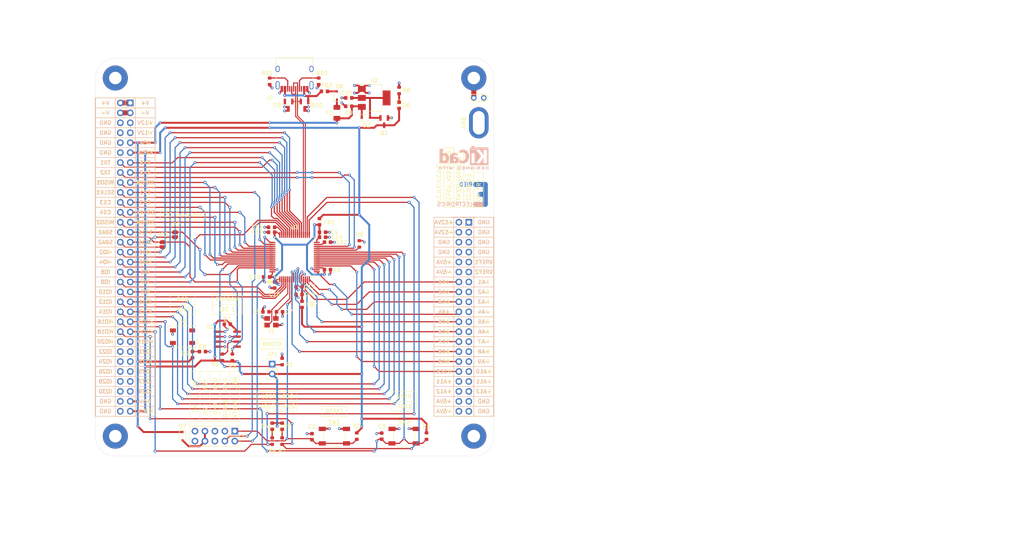
<source format=kicad_pcb>
(kicad_pcb (version 20211014) (generator pcbnew)
  (title_block (title "MEPOS Template") (date "2022-05-15") (rev "V22.04.0.5"))
  (layers (0 "F.Cu" signal) (1 "In1.Cu" power "GND1.Cu") (2 "In2.Cu" power "GND2.Cu") (31 "B.Cu" signal) (34 "B.Paste" user) (35 "F.Paste" user) (36 "B.SilkS" user "B.Silkscreen") (37 "F.SilkS" user "F.Silkscreen") (38 "B.Mask" user) (39 "F.Mask" user) (44 "Edge.Cuts" user))
  (net 0 "")
  (net 1 "GND")
  (net 2 "GPIO1~")
  (net 3 "+5V")
  (net 4 "GPIO30")
  (net 5 "GPIO29")
  (net 6 "GPIO28")
  (net 7 "GPIO27")
  (net 8 "GPIO26")
  (net 9 "GPIO25")
  (net 10 "GPIO24")
  (net 11 "GPIO23")
  (net 12 "GPIO22")
  (net 13 "GPIO21")
  (net 14 "GPIO2~")
  (net 15 "GPIO3~")
  (net 16 "GPIO4~")
  (net 17 "GPIO15~")
  (net 18 "GPIO16~")
  (net 19 "GPIO17~")
  (net 20 "GPIO14")
  (net 21 "GPIO13")
  (net 22 "GPIO12")
  (net 23 "GPIO11")
  (net 24 "GPIO10")
  (net 25 "GPIO9")
  (net 26 "GPIO8")
  (net 27 "GPIO7")
  (net 28 "GPIO6")
  (net 29 "GPIO5")
  (net 30 "GPIO18~")
  (net 31 "GPIO19~")
  (net 32 "GPIO20~")
  (net 33 "SDA2")
  (net 34 "SCL2")
  (net 35 "SDA1")
  (net 36 "SCL1")
  (net 37 "MISO2")
  (net 38 "MOSI2")
  (net 39 "CS4")
  (net 40 "SCLK2")
  (net 41 "CS3")
  (net 42 "CS2")
  (net 43 "SCLK1")
  (net 44 "CS1")
  (net 45 "MISO1")
  (net 46 "MOSI1")
  (net 47 "TX1")
  (net 48 "RX1")
  (net 49 "-12V")
  (net 50 "+12V")
  (net 51 "V-")
  (net 52 "V+")
  (net 53 "-5VA")
  (net 54 "+5VA")
  (net 55 "+A12")
  (net 56 "-A12")
  (net 57 "+A11")
  (net 58 "-A11")
  (net 59 "+A10")
  (net 60 "-A10")
  (net 61 "+A9")
  (net 62 "-A9")
  (net 63 "+A8")
  (net 64 "-A8")
  (net 65 "+A7")
  (net 66 "-A7")
  (net 67 "+A6")
  (net 68 "-A6")
  (net 69 "+A5")
  (net 70 "-A5")
  (net 71 "+A4")
  (net 72 "-A4")
  (net 73 "+A3")
  (net 74 "-A3")
  (net 75 "+A2")
  (net 76 "-A2")
  (net 77 "+A1")
  (net 78 "-A1")
  (net 79 "VREF2")
  (net 80 "VREF1")
  (net 81 "/USB_5V")
  (net 82 "-12VA")
  (net 83 "+12VA")
  (net 84 "TX2")
  (net 85 "RX2")
  (net 86 "SWDIO")
  (net 87 "/VCAP_1")
  (net 88 "/VCAP_2")
  (net 89 "SWCLK")
  (net 90 "/HSE_IN")
  (net 91 "Net-(H4-Pad1)")
  (net 94 "/BOOT0")
  (net 98 "/HSE_OUT")
  (net 99 "/ONBOARD_+3V3")
  (net 100 "/STM32_USBD+")
  (net 101 "/STM32_USBD-")
  (net 102 "/VDD_Decoupling")
  (net 103 "/VDDA_Decoupling")
  (net 104 "/LED_Decoupling")
  (net 105 "/DEBUG_5V")
  (net 106 "/USB_CC1")
  (net 107 "/USB_CC2")
  (net 108 "NRST")
  (net 109 "+3V3")
  (net 111 "Net-(D4-Pad1)")
  (net 112 "Net-(D5-Pad1)")
  (net 113 "Net-(D6-Pad1)")
  (net 114 "Net-(D8-Pad1)")
  (net 115 "Net-(D8-Pad2)")
  (net 118 "Net-(R9-Pad1)")
  (footprint "MEP_TEMPLATE:Scope_GND" (layer "F.Cu") (at 135.395 50.724 90)
    (fp_text reference "GND1")
    (fp_text value "Scope GND")
  )
  (footprint "MountingHole:MountingHole_3.2mm_M3_Pad" (layer "F.Cu") (at 42.685 39.294)
    (fp_text reference "H1")
    (fp_text value "M3 Mount")
  )
  (footprint "MountingHole:MountingHole_3.2mm_M3_Pad" (layer "F.Cu") (at 42.685 130.734)
    (fp_text reference "H2")
    (fp_text value "M3 Mount")
  )
  (footprint "MountingHole:MountingHole_3.2mm_M3_Pad" (layer "F.Cu") (at 134.125 130.734)
    (fp_text reference "H3")
    (fp_text value "M3 Mount")
  )
  (footprint "MountingHole:MountingHole_3.2mm_M3_Pad" (layer "F.Cu") (at 134.125 39.294)
    (fp_text reference "H4")
    (fp_text value "M3 Mount")
  )
  (footprint "TestPoint:TestPoint_2Pads_Pitch2.54mm_Drill0.8mm" (layer "F.Cu") (at 134.125 44.374)
    (fp_text reference "JP4")
    (fp_text value "GND Jumper")
  )
  (footprint "Connector_PinSocket_2.54mm:PinSocket_2x32_P2.54mm_Vertical" (layer "F.Cu") (at 46.495 45.644)
    (fp_text reference "J3")
    (fp_text value "Conn_02x32_Odd_Even")
  )
  (footprint "Connector_PinSocket_2.54mm:PinSocket_2x20_P2.54mm_Vertical" (layer "F.Cu") (at 132.855 76.124)
    (fp_text reference "J4")
    (fp_text value "Conn_02x20_Odd_Even")
  )
  (footprint "Capacitor_SMD:C_0603_1608Metric" (layer "F.Cu") (at 71.26 102.159 180)
    (fp_text reference "C1")
    (fp_text value "100nF")
  )
  (footprint "LED_SMD:LED_0603_1608Metric" (layer "F.Cu") (at 82.69 128.194 90)
    (fp_text reference "D4")
    (fp_text value "KT-0603W")
  )
  (footprint "Capacitor_SMD:C_0603_1608Metric" (layer "F.Cu") (at 96.8 88.189)
    (fp_text reference "C6")
    (fp_text value "100nF")
  )
  (footprint "Fuse:Fuse_1206_3216Metric" (layer "F.Cu") (at 99.2 48.184 90)
    (fp_text reference "F1")
    (fp_text value "500mA")
  )
  (footprint "Button_Switch_SMD:SW_SPST_SKQG_WithStem" (layer "F.Cu") (at 98.565 130.734)
    (fp_text reference "SW1")
    (fp_text value "TS-1187A")
  )
  (footprint "Diode_SMD:D_SOD-323" (layer "F.Cu") (at 59.83 130.734 -90)
    (fp_text reference "D7")
    (fp_text value "1N5819WS")
  )
  (footprint "Capacitor_SMD:C_0603_1608Metric" (layer "F.Cu") (at 110.63 130.734 90)
    (fp_text reference "C3")
    (fp_text value "100nF")
  )
  (footprint "Capacitor_SMD:C_0603_1608Metric" (layer "F.Cu") (at 82.55 77.394 180)
    (fp_text reference "C13")
    (fp_text value "2.2uF")
  )
  (footprint "Capacitor_SMD:C_0603_1608Metric" (layer "F.Cu") (at 81.11 98.984)
    (fp_text reference "C5")
    (fp_text value "10pF")
  )
  (footprint "LED_SMD:LED_0603_1608Metric" (layer "F.Cu") (at 85.23 128.194 90)
    (fp_text reference "D5")
    (fp_text value "KT-0603W")
  )
  (footprint "Package_SO:SOIC-8_3.9x4.9mm_P1.27mm" (layer "F.Cu") (at 71.26 105.969)
    (fp_text reference "U1")
    (fp_text value "M24C02-RMN")
  )
  (footprint "Resistor_SMD:R_0603_1608Metric" (layer "F.Cu") (at 82.69 132.004 -90)
    (fp_text reference "R6")
    (fp_text value "1k")
  )
  (footprint "MEPOS:Logo" (layer "F.Cu") (at 131.35475 69.014)
    (fp_text reference "REF**")
    (fp_text value "Logo")
  )
  (footprint "Diode_SMD:D_SOD-323" (layer "F.Cu") (at 106.6 49.454)
    (fp_text reference "D2")
    (fp_text value "1N5819WS")
  )
  (footprint "Jumper:SolderJumper-2_P1.3mm_Open_RoundedPad1.0x1.5mm" (layer "F.Cu") (at 54.75 81.839 -90)
    (fp_text reference "JP3")
    (fp_text value "SDA_Jumper")
  )
  (footprint "Resistor_SMD:R_0603_1608Metric" (layer "F.Cu") (at 69.99 110.604 90)
    (fp_text reference "R3")
    (fp_text value "5k1")
  )
  (footprint "Resistor_SMD:R_0603_1608Metric" (layer "F.Cu") (at 115.075 42.469 90)
    (fp_text reference "R8")
    (fp_text value "1k")
  )
  (footprint "Capacitor_SMD:C_0603_1608Metric" (layer "F.Cu") (at 89.535 94.539 180)
    (fp_text reference "C18")
    (fp_text value "1uF")
  )
  (footprint "Inductor_SMD:L_0603_1608Metric" (layer "F.Cu") (at 90.31 97.079 -90)
    (fp_text reference "FB2")
    (fp_text value "220R @100MHz")
  )
  (footprint "Inductor_SMD:L_0603_1608Metric" (layer "F.Cu") (at 94.755 75.9715 -90)
    (fp_text reference "FB1")
    (fp_text value "220R @100MHz")
  )
  (footprint "Resistor_SMD:R_0603_1608Metric" (layer "F.Cu") (at 72.53 110.604 90)
    (fp_text reference "R5")
    (fp_text value "5k1")
  )
  (footprint "LED_SMD:LED_0603_1608Metric" (layer "F.Cu") (at 115.075 46.279 -90)
    (fp_text reference "D6")
    (fp_text value "KT-0603W")
  )
  (footprint "Diode_SMD:D_0603_1608Metric" (layer "F.Cu") (at 62.37 109.9315 -90)
    (fp_text reference "D1")
    (fp_text value "SM4007PL")
  )
  (footprint "LED_SMD:LED_WS2812B_PLCC4_5.0x5.0mm_P3.2mm" (layer "F.Cu") (at 59.83 105.334 180)
    (fp_text reference "D3")
    (fp_text value "WS2812B")
  )
  (footprint "Capacitor_SMD:C_0603_1608Metric" (layer "F.Cu") (at 102.235 44.374 180)
    (fp_text reference "C15")
    (fp_text value "10uF")
  )
  (footprint "Resistor_SMD:R_0603_1608Metric" (layer "F.Cu") (at 82.055 40.119 90)
    (fp_text reference "R11")
    (fp_text value "5k1")
  )
  (footprint "Package_TO_SOT_SMD:SOT-23" (layer "F.Cu") (at 111.265 50.4215 -90)
    (fp_text reference "Q1")
    (fp_text value "AO3401A")
  )
  (footprint "Inductor_SMD:L_0603_1608Metric" (layer "F.Cu") (at 96.025 42.704 180)
    (fp_text reference "FB3")
    (fp_text value "220R @100MHz")
  )
  (footprint "Capacitor_SMD:C_0603_1608Metric" (layer "F.Cu") (at 81.28 90.094 180)
    (fp_text reference "C10")
    (fp_text value "100nF")
  )
  (footprint "Capacitor_SMD:C_0603_1608Metric" (layer "F.Cu") (at 96.8 81.204)
    (fp_text reference "C11")
    (fp_text value "2.2uF")
  )
  (footprint "Package_TO_SOT_SMD:SOT-23" (layer "F.Cu") (at 86.881 46.2305 -90)
    (fp_text reference "D9")
    (fp_text value "PSM712-LF-T7")
  )
  (footprint "Resistor_SMD:R_0603_1608Metric" (layer "F.Cu") (at 85.23 132.004 -90)
    (fp_text reference "R7")
    (fp_text value "1k")
  )
  (footprint "Button_Switch_SMD:SW_SPST_SKQG_WithStem" (layer "F.Cu") (at 116.345 130.734)
    (fp_text reference "SW2")
    (fp_text value "TS-1187A")
  )
  (footprint "Capacitor_SMD:C_0603_1608Metric" (layer "F.Cu") (at 95.53 78.664)
    (fp_text reference "C4")
    (fp_text value "10uF")
  )
  (footprint "Connector_PinHeader_2.54mm:PinHeader_2x05_P2.54mm_Vertical" (layer "F.Cu") (at 73.16 129.459 -90)
    (fp_text reference "J1")
    (fp_text value "Conn_02x05_Odd_Even")
  )
  (footprint "Capacitor_SMD:C_0603_1608Metric" (layer "F.Cu") (at 95.53 79.934)
    (fp_text reference "C14")
    (fp_text value "100nF")
  )
  (footprint "Capacitor_SMD:C_0603_1608Metric" (layer "F.Cu") (at 84.565 98.984)
    (fp_text reference "C7")
    (fp_text value "10pF")
  )
  (footprint "Resistor_SMD:R_0603_1608Metric" (layer "F.Cu") (at 122.06 130.734 -90)
    (fp_text reference "R4")
    (fp_text value "10k")
  )
  (footprint "Capacitor_SMD:C_0603_1608Metric" (layer "F.Cu") (at 89.535 92.634 180)
    (fp_text reference "C17")
    (fp_text value "100nF")
  )
  (footprint "Capacitor_SMD:C_0603_1608Metric" (layer "F.Cu") (at 64.91 109.144)
    (fp_text reference "C8")
    (fp_text value "100nF")
  )
  (footprint "Crystal:Crystal_SMD_3225-4Pin_3.2x2.5mm" (layer "F.Cu") (at 82.52 101.524)
    (fp_text reference "Y1")
    (fp_text value "16MHz")
  )
  (footprint "Resistor_SMD:R_0603_1608Metric" (layer "F.Cu") (at 104.28 130.734 -90)
    (fp_text reference "R2")
    (fp_text value "10k")
  )
  (footprint "Connector_USB:USB_C_Receptacle_HRO_TYPE-C-31-M-12" (layer "F.Cu") (at 88.405 38.024 180)
    (fp_text reference "J2")
    (fp_text value "USB_C_Receptacle_USB2.0")
  )
  (footprint "Package_TO_SOT_SMD:SOT-223-3_TabPin2" (layer "F.Cu") (at 108.725 44.374)
    (fp_text reference "U2")
    (fp_text value "AMS1117-3.3")
  )
  (footprint "Capacitor_SMD:C_0603_1608Metric" (layer "F.Cu") (at 83.325 92.139 -90)
    (fp_text reference "C16")
    (fp_text value "100nF")
  )
  (footprint "Resistor_SMD:R_0603_1608Metric" (layer "F.Cu") (at 94.565 40.119 90)
    (fp_text reference "R10")
    (fp_text value "5k1")
  )
  (footprint "Capacitor_SMD:C_0603_1608Metric" (layer "F.Cu") (at 92.85 130.874 90)
    (fp_text reference "C2")
    (fp_text value "100nF")
  )
  (footprint "Capacitor_SMD:C_0603_1608Metric" (layer "F.Cu") (at 102.235 46.514 180)
    (fp_text reference "C9")
    (fp_text value "10uF")
  )
  (footprint "Package_QFP:LQFP-64_10x10mm_P0.5mm" (layer "F.Cu") (at 88.405 85.014 90)
    (fp_text reference "U3")
    (fp_text value "STM32F405RGTx")
  )
  (footprint "Package_TO_SOT_SMD:SOT-23" (layer "F.Cu") (at 90.945 46.2305 -90)
    (fp_text reference "D10")
    (fp_text value "PSM712-LF-T7")
  )
  (footprint "Resistor_SMD:R_0603_1608Metric" (layer "F.Cu") (at 104.915 81.649 90)
    (fp_text reference "R9")
    (fp_text value "10k")
  )
  (footprint "Jumper:SolderJumper-2_P1.3mm_Open_RoundedPad1.0x1.5mm" (layer "F.Cu") (at 57.925 79.299 -90)
    (fp_text reference "JP2")
    (fp_text value "SCL_Jumper")
  )
  (footprint "Connector_PinHeader_2.54mm:PinHeader_1x02_P2.54mm_Vertical" (layer "F.Cu") (at 82.69 112.319)
    (fp_text reference "JP1")
    (fp_text value "BOOT0")
  )
  (footprint "Capacitor_SMD:C_0603_1608Metric" (layer "F.Cu") (at 82.55 78.664 180)
    (fp_text reference "C12")
    (fp_text value "100nF")
  )
  (footprint "Diode_SMD:D_SOD-323" (layer "F.Cu") (at 99.2 43.754 90)
    (fp_text reference "D8")
    (fp_text value "1N5819WS")
  )
  (footprint "Resistor_SMD:R_0603_1608Metric" (layer "F.Cu") (at 85.23 111.684 90)
    (fp_text reference "R1")
    (fp_text value "10k")
  )
  (footprint "Symbol:KiCad-Logo2_5mm_SilkScreen" (layer "B.Cu") (at 131.585 59.614 180)
    (fp_text reference "KiCad_Logo" hide)
    (fp_text value "KiCad-Logo2_5mm_SilkScreen" hide)
  )
  (gr_line locked (start 123.965 77.394) (end 139.205 77.394) (layer "B.SilkS") (width 0.12))
  (gr_line locked (start 139.205 85.014) (end 123.965 85.014) (layer "B.SilkS") (width 0.12))
  (gr_line locked (start 123.965 82.474) (end 139.205 82.474) (layer "B.SilkS") (width 0.12))
  (gr_line locked (start 123.965 90.094) (end 139.205 90.094) (layer "B.SilkS") (width 0.12))
  (gr_line locked (start 123.965 87.554) (end 139.205 87.554) (layer "B.SilkS") (width 0.12))
  (gr_line locked (start 139.205 110.414) (end 123.965 110.414) (layer "B.SilkS") (width 0.12))
  (gr_line locked (start 123.965 125.654) (end 139.205 125.654) (layer "B.SilkS") (width 0.12))
  (gr_line locked (start 134.76 74.854) (end 128.41 74.854) (layer "B.SilkS") (width 0.12))
  (gr_line locked (start 139.205 92.634) (end 123.965 92.634) (layer "B.SilkS") (width 0.12))
  (gr_line locked (start 139.205 79.934) (end 123.965 79.934) (layer "B.SilkS") (width 0.12))
  (gr_line locked (start 123.965 74.854) (end 123.965 125.654) (layer "B.SilkS") (width 0.12))
  (gr_line locked (start 123.965 115.494) (end 139.205 115.494) (layer "B.SilkS") (width 0.12))
  (gr_line locked (start 139.205 118.034) (end 123.965 118.034) (layer "B.SilkS") (width 0.12))
  (gr_line locked (start 123.965 107.874) (end 139.205 107.874) (layer "B.SilkS") (width 0.12))
  (gr_line locked (start 139.205 97.714) (end 123.965 97.714) (layer "B.SilkS") (width 0.12))
  (gr_line locked (start 123.965 100.254) (end 139.205 100.254) (layer "B.SilkS") (width 0.12))
  (gr_line locked (start 139.205 123.114) (end 123.965 123.114) (layer "B.SilkS") (width 0.12))
  (gr_line locked (start 123.965 120.574) (end 139.205 120.574) (layer "B.SilkS") (width 0.12))
  (gr_line locked (start 139.205 102.794) (end 123.965 102.794) (layer "B.SilkS") (width 0.12))
  (gr_line locked (start 139.205 112.954) (end 123.965 112.954) (layer "B.SilkS") (width 0.12))
  (gr_line locked (start 139.205 74.854) (end 123.965 74.854) (layer "B.SilkS") (width 0.12))
  (gr_line locked (start 139.205 125.654) (end 139.205 74.854) (layer "B.SilkS") (width 0.24))
  (gr_line locked (start 123.965 105.334) (end 139.205 105.334) (layer "B.SilkS") (width 0.12))
  (gr_line locked (start 123.965 95.174) (end 139.205 95.174) (layer "B.SilkS") (width 0.12))
  (gr_line locked (start 37.605 97.714) (end 52.845 97.714) (layer "B.SilkS") (width 0.12))
  (gr_line locked (start 37.605 105.334) (end 52.845 105.334) (layer "B.SilkS") (width 0.12))
  (gr_line locked (start 37.605 115.494) (end 52.845 115.494) (layer "B.SilkS") (width 0.12))
  (gr_line locked (start 37.605 49.454) (end 52.845 49.454) (layer "B.SilkS") (width 0.12))
  (gr_line locked (start 37.605 64.694) (end 52.845 64.694) (layer "B.SilkS") (width 0.12))
  (gr_line locked (start 52.845 72.314) (end 37.605 72.314) (layer "B.SilkS") (width 0.12))
  (gr_line locked (start 52.845 102.794) (end 37.605 102.794) (layer "B.SilkS") (width 0.12))
  (gr_line locked (start 37.605 87.554) (end 52.845 87.554) (layer "B.SilkS") (width 0.12))
  (gr_line locked (start 52.845 120.574) (end 37.605 120.574) (layer "B.SilkS") (width 0.12))
  (gr_line locked (start 37.605 82.474) (end 52.845 82.474) (layer "B.SilkS") (width 0.12))
  (gr_line locked (start 52.845 59.614) (end 37.605 59.614) (layer "B.SilkS") (width 0.12))
  (gr_line locked (start 52.845 44.374) (end 37.605 44.374) (layer "B.SilkS") (width 0.12))
  (gr_line locked (start 37.605 69.774) (end 52.845 69.774) (layer "B.SilkS") (width 0.12))
  (gr_line locked (start 52.845 95.174) (end 37.605 95.174) (layer "B.SilkS") (width 0.12))
  (gr_line locked (start 37.605 62.154) (end 52.845 62.154) (layer "B.SilkS") (width 0.12))
  (gr_line locked (start 52.845 107.874) (end 37.605 107.874) (layer "B.SilkS") (width 0.12))
  (gr_line locked (start 52.845 46.914) (end 37.605 46.914) (layer "B.SilkS") (width 0.12))
  (gr_line locked (start 37.605 110.414) (end 52.845 110.414) (layer "B.SilkS") (width 0.12))
  (gr_line locked (start 37.605 57.074) (end 52.845 57.074) (layer "B.SilkS") (width 0.12))
  (gr_line locked (start 37.605 79.934) (end 52.845 79.934) (layer "B.SilkS") (width 0.12))
  (gr_line locked (start 52.845 77.394) (end 37.605 77.394) (layer "B.SilkS") (width 0.12))
  (gr_line locked (start 37.605 74.854) (end 52.845 74.854) (layer "B.SilkS") (width 0.12))
  (gr_line locked (start 52.845 125.654) (end 37.605 125.654) (layer "B.SilkS") (width 0.12))
  (gr_line locked (start 37.605 92.634) (end 52.845 92.634) (layer "B.SilkS") (width 0.12))
  (gr_line locked (start 37.605 44.374) (end 37.605 125.654) (layer "B.SilkS") (width 0.24))
  (gr_line locked (start 37.605 100.254) (end 52.845 100.254) (layer "B.SilkS") (width 0.12))
  (gr_line locked (start 37.605 123.114) (end 52.845 123.114) (layer "B.SilkS") (width 0.12))
  (gr_line locked (start 52.845 90.094) (end 37.605 90.094) (layer "B.SilkS") (width 0.12))
  (gr_line locked (start 37.605 51.994) (end 52.845 51.994) (layer "B.SilkS") (width 0.12))
  (gr_line locked (start 52.845 112.954) (end 37.605 112.954) (layer "B.SilkS") (width 0.12))
  (gr_line locked (start 52.845 67.234) (end 37.605 67.234) (layer "B.SilkS") (width 0.12))
  (gr_line locked (start 52.845 54.534) (end 37.605 54.534) (layer "B.SilkS") (width 0.12))
  (gr_line locked (start 52.845 125.654) (end 52.845 44.374) (layer "B.SilkS") (width 0.12))
  (gr_line locked (start 52.845 85.014) (end 37.605 85.014) (layer "B.SilkS") (width 0.12))
  (gr_line locked (start 37.605 118.034) (end 52.845 118.034) (layer "B.SilkS") (width 0.12))
  (gr_line locked (start 42.685 125.654) (end 42.685 44.374) (layer "B.SilkS") (width 0.12))
  (gr_line locked (start 47.765 44.374) (end 47.765 125.654) (layer "B.SilkS") (width 0.12))
  (gr_line locked (start 134.125 125.654) (end 134.125 74.854) (layer "B.SilkS") (width 0.12))
  (gr_line locked (start 134.125 74.854) (end 129.045 74.854) (layer "B.SilkS") (width 0.12))
  (gr_line locked (start 129.045 74.854) (end 129.045 125.654) (layer "B.SilkS") (width 0.12))
  (gr_line locked (start 123.965 125.654) (end 123.965 74.854) (layer "F.SilkS") (width 0.12))
  (gr_line locked (start 37.605 107.874) (end 52.845 107.874) (layer "F.SilkS") (width 0.12))
  (gr_line locked (start 52.845 115.494) (end 37.605 115.494) (layer "F.SilkS") (width 0.12))
  (gr_line locked (start 37.605 118.034) (end 52.845 118.034) (layer "F.SilkS") (width 0.12))
  (gr_line locked (start 37.605 112.954) (end 52.845 112.954) (layer "F.SilkS") (width 0.12))
  (gr_line locked (start 37.605 105.334) (end 52.845 105.334) (layer "F.SilkS") (width 0.12))
  (gr_line locked (start 52.845 110.414) (end 37.605 110.414) (layer "F.SilkS") (width 0.12))
  (gr_line locked (start 52.845 102.794) (end 37.605 102.794) (layer "F.SilkS") (width 0.12))
  (gr_line locked (start 37.605 125.654) (end 37.605 44.374) (layer "F.SilkS") (width 0.24))
  (gr_line locked (start 52.845 44.374) (end 37.605 44.374) (layer "F.SilkS") (width 0.12))
  (gr_line locked (start 52.845 125.654) (end 37.605 125.654) (layer "F.SilkS") (width 0.12))
  (gr_line locked (start 123.965 74.854) (end 139.205 74.854) (layer "F.SilkS") (width 0.12))
  (gr_line locked (start 134.125 62.154) (end 131.585 62.154) (layer "F.SilkS") (width 0.12))
  (gr_line locked (start 129.045 59.614) (end 129.045 57.074) (layer "F.SilkS") (width 0.12))
  (gr_line locked (start 126.505 57.074) (end 129.045 57.074) (layer "F.SilkS") (width 0.12))
  (gr_line locked (start 52.845 74.854) (end 37.605 74.854) (layer "F.SilkS") (width 0.12))
  (gr_line (start 65.545 72.949) (end 65.545 75.489) (layer "F.SilkS") (width 0.12))
  (gr_line (start 78.88 124.384) (end 89.04 124.384) (layer "F.SilkS") (width 0.1))
  (gr_line locked (start 123.965 105.334) (end 139.205 105.334) (layer "F.SilkS") (width 0.12))
  (gr_line locked (start 37.605 120.574) (end 52.845 120.574) (layer "F.SilkS") (width 0.12))
  (gr_rect (start 79.515 105.969) (end 85.865 108.509) (layer "F.SilkS") (width 0.1) (fill none))
  (gr_line locked (start 139.205 107.874) (end 123.965 107.874) (layer "F.SilkS") (width 0.12))
  (gr_line locked (start 131.585 72.314) (end 131.585 58.344) (layer "F.SilkS") (width 0.12))
  (gr_line (start 65.545 75.489) (end 54.115 75.489) (layer "F.SilkS") (width 0.12))
  (gr_line (start 113.17 124.384) (end 119.52 124.384) (layer "F.SilkS") (width 0.1))
  (gr_line locked (start 123.965 123.114) (end 139.205 123.114) (layer "F.SilkS") (width 0.12))
  (gr_line locked (start 139.205 74.854) (end 139.205 125.654) (layer "F.SilkS") (width 0.24))
  (gr_line (start 113.17 121.844) (end 113.17 124.384) (layer "F.SilkS") (width 0.1))
  (gr_line locked (start 52.845 44.374) (end 52.845 125.654) (layer "F.SilkS") (width 0.12))
  (gr_line locked (start 37.605 87.554) (end 52.845 87.554) (layer "F.SilkS") (width 0.12))
  (gr_line locked (start 139.205 102.794) (end 123.965 102.794) (layer "F.SilkS") (width 0.12))
  (gr_line locked (start 52.845 123.114) (end 37.605 123.114) (layer "F.SilkS") (width 0.12))
  (gr_line locked (start 52.845 49.454) (end 37.605 49.454) (layer "F.SilkS") (width 0.12))
  (gr_line locked (start 126.505 72.314) (end 126.505 57.074) (layer "F.SilkS") (width 0.12))
  (gr_line locked (start 37.605 95.174) (end 52.845 95.174) (layer "F.SilkS") (width 0.12))
  (gr_line locked (start 139.205 90.094) (end 123.965 90.094) (layer "F.SilkS") (width 0.12))
  (gr_line locked (start 123.965 85.014) (end 139.205 85.014) (layer "F.SilkS") (width 0.12))
  (gr_rect (start 78.88 119.304) (end 89.04 121.844) (layer "F.SilkS") (width 0.1) (fill none))
  (gr_line (start 78.88 121.844) (end 78.88 124.384) (layer "F.SilkS") (width 0.1))
  (gr_line (start 119.52 124.384) (end 119.52 121.844) (layer "F.SilkS") (width 0.1))
  (gr_line locked (start 136.665 72.314) (end 136.665 63.424) (layer "F.SilkS") (width 0.12))
  (gr_line (start 56.655 99.619) (end 63.005 99.619) (layer "F.SilkS") (width 0.1))
  (gr_line locked (start 52.845 85.014) (end 37.605 85.014) (layer "F.SilkS") (width 0.12))
  (gr_line locked (start 123.965 118.034) (end 139.205 118.034) (layer "F.SilkS") (width 0.12))
  (gr_line locked (start 37.605 64.694) (end 52.845 64.694) (layer "F.SilkS") (width 0.12))
  (gr_line locked (start 37.605 90.094) (end 52.845 90.094) (layer "F.SilkS") (width 0.12))
  (gr_line locked (start 123.965 112.954) (end 139.205 112.954) (layer "F.SilkS") (width 0.12))
  (gr_line locked (start 123.965 100.254) (end 139.205 100.254) (layer "F.SilkS") (width 0.12))
  (gr_line locked (start 37.605 46.914) (end 52.845 46.914) (layer "F.SilkS") (width 0.12))
  (gr_line locked (start 52.845 67.234) (end 37.605 67.234) (layer "F.SilkS") (width 0.12))
  (gr_line (start 63.005 99.619) (end 63.005 97.079) (layer "F.SilkS") (width 0.1))
  (gr_line (start 83.96 121.844) (end 83.96 124.384) (layer "F.SilkS") (width 0.1))
  (gr_line locked (start 52.845 57.074) (end 37.605 57.074) (layer "F.SilkS") (width 0.12))
  (gr_line locked (start 123.965 110.414) (end 139.205 110.414) (layer "F.SilkS") (width 0.12))
  (gr_line locked (start 37.605 72.314) (end 52.845 72.314) (layer "F.SilkS") (width 0.12))
  (gr_line locked (start 123.965 79.934) (end 139.205 79.934) (layer "F.SilkS") (width 0.12))
  (gr_line (start 66.815 126.924) (end 66.815 114.224) (layer "F.SilkS") (width 0.1))
  (gr_line locked (start 131.585 58.344) (end 129.045 58.344) (layer "F.SilkS") (width 0.12))
  (gr_line locked (start 37.605 59.614) (end 52.845 59.614) (layer "F.SilkS") (width 0.12))
  (gr_rect (start 56.655 94.539) (end 63.005 97.079) (layer "F.SilkS") (width 0.1) (fill none))
  (gr_line (start 54.115 72.949) (end 65.545 72.949) (layer "F.SilkS") (width 0.12))
  (gr_line locked (start 37.605 69.774) (end 52.845 69.774) (layer "F.SilkS") (width 0.12))
  (gr_line locked (start 139.205 77.394) (end 123.965 77.394) (layer "F.SilkS") (width 0.12))
  (gr_line locked (start 139.205 120.574) (end 123.965 120.574) (layer "F.SilkS") (width 0.12))
  (gr_line locked (start 139.205 115.494) (end 123.965 115.494) (layer "F.SilkS") (width 0.12))
  (gr_line locked (start 37.605 51.994) (end 52.845 51.994) (layer "F.SilkS") (width 0.12))
  (gr_rect (start 113.17 119.304) (end 119.52 121.844) (layer "F.SilkS") (width 0.1) (fill none))
  (gr_line locked (start 136.665 72.314) (end 126.505 72.314) (layer "F.SilkS") (width 0.12))
  (gr_line (start 64.275 126.924) (end 64.275 114.224) (layer "F.SilkS") (width 0.1))
  (gr_line (start 71.895 126.924) (end 71.895 114.224) (layer "F.SilkS") (width 0.1))
  (gr_line locked (start 139.205 87.554) (end 123.965 87.554) (layer "F.SilkS") (width 0.12))
  (gr_line (start 54.115 75.489) (end 54.115 72.949) (layer "F.SilkS") (width 0.12))
  (gr_line (start 56.655 97.079) (end 56.655 99.619) (layer "F.SilkS") (width 0.1))
  (gr_rect (start 74.435 126.924) (end 61.735 114.224) (layer "F.SilkS") (width 0.1) (fill none))
  (gr_line locked (start 52.845 62.154) (end 37.605 62.154) (layer "F.SilkS") (width 0.12))
  (gr_line locked (start 37.605 82.474) (end 52.845 82.474) (layer "F.SilkS") (width 0.12))
  (gr_line locked (start 134.76 125.654) (end 128.41 125.654) (layer "F.SilkS") (width 0.12))
  (gr_line locked (start 52.845 92.634) (end 37.605 92.634) (layer "F.SilkS") (width 0.12))
  (gr_line (start 67.45 97.079) (end 67.45 99.619) (layer "F.SilkS") (width 0.1))
  (gr_rect (start 67.45 94.539) (end 75.07 97.079) (layer "F.SilkS") (width 0.1) (fill none))
  (gr_line locked (start 52.845 97.714) (end 37.605 97.714) (layer "F.SilkS") (width 0.12))
  (gr_line locked (start 139.205 125.654) (end 123.965 125.654) (layer "F.SilkS") (width 0.12))
  (gr_line (start 69.355 126.924) (end 69.355 114.224) (layer "F.SilkS") (width 0.1))
  (gr_line (start 74.435 120.574) (end 61.735 120.574) (layer "F.SilkS") (width 0.1))
  (gr_rect (start 95.39 123.114) (end 101.74 125.654) (layer "F.SilkS") (width 0.1) (fill none))
  (gr_line locked (start 134.125 62.154) (end 134.125 72.314) (layer "F.SilkS") (width 0.12))
  (gr_circle (center 82.055 91.364) (end 82.69 91.364) (layer "F.SilkS") (width 0.01) (fill solid))
  (gr_line (start 67.45 99.619) (end 75.07 99.619) (layer "F.SilkS") (width 0.1))
  (gr_line locked (start 139.205 97.714) (end 123.965 97.714) (layer "F.SilkS") (width 0.12))
  (gr_line locked (start 139.205 82.474) (end 123.965 82.474) (layer "F.SilkS") (width 0.12))
  (gr_line (start 89.04 124.384) (end 89.04 121.844) (layer "F.SilkS") (width 0.1))
  (gr_line locked (start 37.605 100.254) (end 52.845 100.254) (layer "F.SilkS") (width 0.12))
  (gr_line locked (start 129.045 72.314) (end 129.045 57.074) (layer "F.SilkS") (width 0.12))
  (gr_line locked (start 52.845 79.934) (end 37.605 79.934) (layer "F.SilkS") (width 0.12))
  (gr_line locked (start 123.965 92.634) (end 139.205 92.634) (layer "F.SilkS") (width 0.12))
  (gr_line locked (start 37.605 54.534) (end 52.845 54.534) (layer "F.SilkS") (width 0.12))
  (gr_line (start 136.665 63.424) (end 134.125 63.424) (layer "F.SilkS") (width 0.12))
  (gr_line locked (start 37.605 77.394) (end 52.845 77.394) (layer "F.SilkS") (width 0.12))
  (gr_line (start 75.07 99.619) (end 75.07 97.079) (layer "F.SilkS") (width 0.1))
  (gr_line locked (start 123.965 95.174) (end 139.205 95.174) (layer "F.SilkS") (width 0.12))
  (gr_line locked (start 139.205 39.294) (end 139.205 130.734) (layer "Edge.Cuts") (width 0.05))
  (gr_arc locked (start 139.205 130.734) (mid 137.717102 134.326102) (end 134.125 135.814) (layer "Edge.Cuts") (width 0.05))
  (gr_arc locked (start 42.685 135.814) (mid 39.092898 134.326102) (end 37.605 130.734) (layer "Edge.Cuts") (width 0.05))
  (gr_line locked (start 42.685 34.214) (end 134.125 34.214) (layer "Edge.Cuts") (width 0.05))
  (gr_line locked (start 37.605 130.734) (end 37.605 39.294) (layer "Edge.Cuts") (width 0.05))
  (gr_arc locked (start 134.125 34.214) (mid 137.717102 35.701898) (end 139.205 39.294) (layer "Edge.Cuts") (width 0.05))
  (gr_arc locked (start 37.605 39.294) (mid 39.092898 35.701898) (end 42.685 34.214) (layer "Edge.Cuts") (width 0.05))
  (gr_line locked (start 134.125 135.814) (end 42.685 135.814) (layer "Edge.Cuts") (width 0.05))
  (gr_text "GND" (at 136.665 124.384) (layer "B.SilkS") (effects (font (size 1 1)) (justify mirror)))
  (gr_text "-5VA" (at 126.505 124.384) (layer "B.SilkS") (effects (font (size 1 1)) (justify mirror)))
  (gr_text "GND" (at 136.665 121.844) (layer "B.SilkS") (effects (font (size 1 1)) (justify mirror)))
  (gr_text "+5VA" (at 126.505 121.844) (layer "B.SilkS") (effects (font (size 1 1)) (justify mirror)))
  (gr_text "+12VA" (at 126.505 76.124) (layer "B.SilkS") (effects (font (size 1 1)) (justify mirror)))
  (gr_text "VREF2" (at 136.665 88.824) (layer "B.SilkS") (effects (font (size 1 1)) (justify mirror)))
  (gr_text "+A3" (at 126.505 96.444) (layer "B.SilkS") (effects (font (size 1 1)) (justify mirror)))
  (gr_text "GND" (at 136.665 78.664) (layer "B.SilkS") (effects (font (size 1 1)) (justify mirror)))
  (gr_text "-A8" (at 136.665 109.144) (layer "B.SilkS") (effects (font (size 1 1)) (justify mirror)))
  (gr_text "-A4" (at 136.665 98.984) (layer "B.SilkS") (effects (font (size 1 1)) (justify mirror)))
  (gr_text "+A7" (at 126.505 106.604) (layer "B.SilkS") (effects (font (size 1 1)) (justify mirror)))
  (gr_text "VREF1" (at 136.665 86.284) (layer "B.SilkS") (effects (font (size 1 1)) (justify mirror)))
  (gr_text "+A12" (at 126.505 119.304) (layer "B.SilkS") (effects (font (size 1 1)) (justify mirror)))
  (gr_text "-A9" (at 136.665 111.684) (layer "B.SilkS") (effects (font (size 1 1)) (justify mirror)))
  (gr_text "-A10" (at 136.665 114.224) (layer "B.SilkS") (effects (font (size 1 1)) (justify mirror)))
  (gr_text "+5VA" (at 126.505 86.284) (layer "B.SilkS") (effects (font (size 1 1)) (justify mirror)))
  (gr_text "-A7" (at 136.665 106.604) (layer "B.SilkS") (effects (font (size 1 1)) (justify mirror)))
  (gr_text "+A2" (at 126.505 93.904) (layer "B.SilkS") (effects (font (size 1 1)) (justify mirror)))
  (gr_text "+A8" (at 126.505 109.144) (layer "B.SilkS") (effects (font (size 1 1)) (justify mirror)))
  (gr_text "-5VA" (at 126.505 88.824) (layer "B.SilkS") (effects (font (size 1 1)) (justify mirror)))
  (gr_text "-A2" (at 136.665 93.904) (layer "B.SilkS") (effects (font (size 1 1)) (justify mirror)))
  (gr_text "GND" (at 136.665 81.204) (layer "B.SilkS") (effects (font (size 1 1)) (justify mirror)))
  (gr_text "+A11" (at 126.505 116.764) (layer "B.SilkS") (effects (font (size 1 1)) (justify mirror)))
  (gr_text "GND" (at 136.665 76.124) (layer "B.SilkS") (effects (font (size 1 1)) (justify mirror)))
  (gr_text "+A9" (at 126.505 111.684) (layer "B.SilkS") (effects (font (size 1 1)) (justify mirror)))
  (gr_text "-A12" (at 136.665 119.304) (layer "B.SilkS") (effects (font (size 1 1)) (justify mirror)))
  (gr_text "+A6" (at 126.505 104.064) (layer "B.SilkS") (effects (font (size 1 1)) (justify mirror)))
  (gr_text "+A1" (at 126.505 91.364) (layer "B.SilkS") (effects (font (size 1 1)) (justify mirror)))
  (gr_text "-12VA" (at 126.505 78.664) (layer "B.SilkS") (effects (font (size 1 1)) (justify mirror)))
  (gr_text "-A11" (at 136.665 116.764) (layer "B.SilkS") (effects (font (size 1 1)) (justify mirror)))
  (gr_text "-A1" (at 136.665 91.364) (layer "B.SilkS") (effects (font (size 1 1)) (justify mirror)))
  (gr_text "GND" (at 136.665 83.744) (layer "B.SilkS") (effects (font (size 1 1)) (justify mirror)))
  (gr_text "-A3" (at 136.665 96.444) (layer "B.SilkS") (effects (font (size 1 1)) (justify mirror)))
  (gr_text "+A4" (at 126.505 98.984) (layer "B.SilkS") (effects (font (size 1 1)) (justify mirror)))
  (gr_text "-A5" (at 136.665 101.524) (layer "B.SilkS") (effects (font (size 1 1)) (justify mirror)))
  (gr_text "+A10" (at 126.505 114.224) (layer "B.SilkS") (effects (font (size 1 1)) (justify mirror)))
  (gr_text "-A6" (at 136.665 104.064) (layer "B.SilkS") (effects (font (size 1 1)) (justify mirror)))
  (gr_text "+A5" (at 126.505 101.524) (layer "B.SilkS") (effects (font (size 1 1)) (justify mirror)))
  (gr_text "IO24" (at 40.145 111.684) (layer "B.SilkS") (effects (font (size 1 1)) (justify mirror)))
  (gr_text "~IO20" (at 40.145 106.604) (layer "B.SilkS") (effects (font (size 1 1)) (justify mirror)))
  (gr_text "V+" (at 50.305 45.644) (layer "B.SilkS") (effects (font (size 1 1)) (justify mirror)))
  (gr_text "GND" (at 40.145 124.384) (layer "B.SilkS") (effects (font (size 1 1)) (justify mirror)))
  (gr_text "IO28" (at 40.145 116.764) (layer "B.SilkS") (effects (font (size 1 1)) (justify mirror)))
  (gr_text "GND" (at 40.145 121.844) (layer "B.SilkS") (effects (font (size 1 1)) (justify mirror)))
  (gr_text "IO26" (at 40.145 114.224) (layer "B.SilkS") (effects (font (size 1 1)) (justify mirror)))
  (gr_text "IO25" (at 50.305 114.224) (layer "B.SilkS") (effects (font (size 1 1)) (justify mirror)))
  (gr_text "IO22" (at 40.145 109.144) (layer "B.SilkS") (effects (font (size 1 1)) (justify mirror)))
  (gr_text "+3V3" (at 50.305 124.384) (layer "B.SilkS") (effects (font (size 1 1)) (justify mirror)))
  (gr_text "V+" (at 40.145 45.644) (layer "B.SilkS") (effects (font (size 1 1)) (justify mirror)))
  (gr_text "~IO4" (at 40.145 86.284) (layer "B.SilkS") (effects (font (size 1 1)) (justify mirror)))
  (gr_text "~IO16" (at 40.145 101.524) (layer "B.SilkS") (effects (font (size 1 1)) (justify mirror)))
  (gr_text "IO23" (at 50.305 111.684) (layer "B.SilkS") (effects (font (size 1 1)) (justify mirror)))
  (gr_text "IO6" (at 40.145 88.824) (layer "B.SilkS") (effects (font (size 1 1)) (justify mirror)))
  (gr_text "GND" (at 40.145 50.724) (layer "B.SilkS") (effects (font (size 1 1)) (justify mirror)))
  (gr_text "TX2" (at 40.145 63.424) (layer "B.SilkS") (effects (font (size 1 1)) (justify mirror)))
  (gr_text "IO14" (at 40.145 98.984) (layer "B.SilkS") (effects (font (size 1 1)) (justify mirror)))
  (gr_text "IO10" (at 40.145 93.904) (layer "B.SilkS") (effects (font (size 1 1)) (justify mirror)))
  (gr_text "GND" (at 40.145 53.264) (layer "B.SilkS") (effects (font (size 1 1)) (justify mirror)))
  (gr_text "CS4" (at 40.145 73.584) (layer "B.SilkS") (effects (font (size 1 1)) (justify mirror)))
  (gr_text "SDA1" (at 40.145 78.664) (layer "B.SilkS") (effects (font (size 1 1)) (justify mirror)))
  (gr_text "IO29" (at 50.305 119.304) (layer "B.SilkS") (effects (font (size 1 1)) (justify mirror)))
  (gr_text "+5V" (at 50.305 121.844) (layer "B.SilkS") (effects (font (size 1 1)) (justify mirror)))
  (gr_text "MISO2" (at 40.145 76.124) (layer "B.SilkS") (effects (font (size 1 1)) (justify mirror)))
  (gr_text "IO27" (at 50.305 116.764) (layer "B.SilkS") (effects (font (size 1 1)) (justify mirror)))
  (gr_text "MISO1" (at 40.145 65.964) (layer "B.SilkS") (effects (font (size 1 1)) (justify mirror)))
  (gr_text "IO8" (at 40.145 91.364) (layer "B.SilkS") (effects (font (size 1 1)) (justify mirror)))
  (gr_text "TX1" (at 40.145 60.884) (layer "B.SilkS") (effects (font (size 1 1)) (justify mirror)))
  (gr_text "V-" (at 40.145 48.184) (layer "B.SilkS") (effects (font (size 1 1)) (justify mirror)))
  (gr_text "IO12" (at 40.145 96.444) (layer "B.SilkS") (effects (font (size 1 1)) (justify mirror)))
  (gr_text "GND" (at 40.145 58.344) (layer "B.SilkS") (effects (font (size 1 1)) (justify mirror)))
  (gr_text "~IO18" (at 40.145 104.064) (layer "B.SilkS") (effects (font (size 1 1)) (justify mirror)))
  (gr_text "IO21" (at 50.305 109.144) (layer "B.SilkS") (effects (font (size 1 1)) (justify mirror)))
  (gr_text "GND" (at 40.145 55.804) (layer "B.SilkS") (effects (font (size 1 1)) (justify mirror)))
  (gr_text "~IO2" (at 40.145 83.744) (layer "B.SilkS") (effects (font (size 1 1)) (justify mirror)))
  (gr_text "CS3" (at 40.145 71.044) (layer "B.SilkS") (effects (font (size 1 1)) (justify mirror)))
  (gr_text "SCLK1" (at 40.145 68.504) (layer "B.SilkS") (effects (font (size 1 1)) (justify mirror)))
  (gr_text "SDA2" (at 40.145 81.204) (layer "B.SilkS") (effects (font (size 1 1)) (justify mirror)))
  (gr_text "~IO15" (at 50.305 101.524) (layer "B.SilkS") (effects (font (size 1 1)) (justify mirror)))
  (gr_text "RX2" (at 50.305 63.424) (layer "B.SilkS") (effects (font (size 1 1)) (justify mirror)))
  (gr_text "IO30" (at 40.145 119.304) (layer "B.SilkS") (effects (font (size 1 1)) (justify mirror)))
  (gr_text "+3V3" (at 50.305 58.344) (layer "B.SilkS") (effects (font (size 1 1)) (justify mirror)))
  (gr_text "SCL1" (at 50.305 78.664) (layer "B.SilkS") (effects (font (size 1 1)) (justify mirror)))
  (gr_text "~IO3" (at 50.305 86.284) (layer "B.SilkS") (effects (font (size 1 1)) (justify mirror)))
  (gr_text "IO5" (at 50.305 88.824) (layer "B.SilkS") (effects (font (size 1 1)) (justify mirror)))
  (gr_text "~IO19" (at 50.305 106.604) (layer "B.SilkS") (effects (font (size 1 1)) (justify mirror)))
  (gr_text "+5V" (at 50.305 55.804) (layer "B.SilkS") (effects (font (size 1 1)) (justify mirror)))
  (gr_text "IO13" (at 50.305 98.984) (layer "B.SilkS") (effects (font (size 1 1)) (justify mirror)))
  (gr_text "+12V" (at 50.305 50.724) (layer "B.SilkS") (effects (font (size 1 1)) (justify mirror)))
  (gr_text "V-" (at 50.305 48.184) (layer "B.SilkS") (effects (font (size 1 1)) (justify mirror)))
  (gr_text "CS1" (at 50.305 68.504) (layer "B.SilkS") (effects (font (size 1 1)) (justify mirror)))
  (gr_text "IO7" (at 50.305 91.364) (layer "B.SilkS") (effects (font (size 1 1)) (justify mirror)))
  (gr_text "CS2" (at 50.305 71.044) (layer "B.SilkS") (effects (font (size 1 1)) (justify mirror)))
  (gr_text "RX1" (at 50.305 60.884) (layer "B.SilkS") (effects (font (size 1 1)) (justify mirror)))
  (gr_text "SCL2" (at 50.305 81.204) (layer "B.SilkS") (effects (font (size 1 1)) (justify mirror)))
  (gr_text "SCLK2" (at 50.305 73.584) (layer "B.SilkS") (effects (font (size 1 1)) (justify mirror)))
  (gr_text "MOSI2" (at 50.305 76.124) (layer "B.SilkS") (effects (font (size 1 1)) (justify mirror)))
  (gr_text "-12V" (at 50.305 53.264) (layer "B.SilkS") (effects (font (size 1 1)) (justify mirror)))
  (gr_text "IO11" (at 50.305 96.444) (layer "B.SilkS") (effects (font (size 1 1)) (justify mirror)))
  (gr_text "IO9" (at 50.305 93.904) (layer "B.SilkS") (effects (font (size 1 1)) (justify mirror)))
  (gr_text "~IO17" (at 50.305 104.064) (layer "B.SilkS") (effects (font (size 1 1)) (justify mirror)))
  (gr_text "~IO1" (at 50.305 83.744) (layer "B.SilkS") (effects (font (size 1 1)) (justify mirror)))
  (gr_text "MOSI1" (at 50.305 65.964) (layer "B.SilkS") (effects (font (size 1 1)) (justify mirror)))
  (gr_text "GND" (at 126.505 81.204) (layer "B.SilkS") (effects (font (size 1 1)) (justify mirror)))
  (gr_text "GND" (at 126.505 83.744) (layer "B.SilkS") (effects (font (size 1 1)) (justify mirror)))
  (gr_text "+12V" (at 50.305 50.724) (layer "F.SilkS") (effects (font (size 1 1))))
  (gr_text "-12V" (at 50.305 53.264) (layer "F.SilkS") (effects (font (size 1 1))))
  (gr_text "+5V" (at 50.305 55.804) (layer "F.SilkS") (effects (font (size 1 1))))
  (gr_text "MOSI1" (at 50.305 65.964) (layer "F.SilkS") (effects (font (size 1 1))))
  (gr_text "RX2" (at 50.305 63.424) (layer "F.SilkS") (effects (font (size 1 1))))
  (gr_text "+3V3" (at 50.305 58.344) (layer "F.SilkS") (effects (font (size 1 1))))
  (gr_text "RX1" (at 50.305 60.884) (layer "F.SilkS") (effects (font (size 1 1))))
  (gr_text "+A8" (at 126.505 109.144) (layer "F.SilkS") (effects (font (size 1 1))))
  (gr_text "+A12" (at 126.505 119.304) (layer "F.SilkS") (effects (font (size 1 1))))
  (gr_text "+A9" (at 126.505 111.684) (layer "F.SilkS") (effects (font (size 1 1))))
  (gr_text "+A7" (at 126.505 106.604) (layer "F.SilkS") (effects (font (size 1 1))))
  (gr_text "+A10" (at 126.505 114.224) (layer "F.SilkS") (effects (font (size 1 1))))
  (gr_text "+A5" (at 126.505 101.524) (layer "F.SilkS") (effects (font (size 1 1))))
  (gr_text "+A6" (at 126.505 104.064) (layer "F.SilkS") (effects (font (size 1 1))))
  (gr_text "+A11" (at 126.505 116.764) (layer "F.SilkS") (effects (font (size 1 1))))
  (gr_text "~IO20" (at 40.145 106.604) (layer "F.SilkS") (effects (font (size 1 1))))
  (gr_text "IO26" (at 40.145 114.224) (layer "F.SilkS") (effects (font (size 1 1))))
  (gr_text "IO22" (at 40.145 109.144) (layer "F.SilkS") (effects (font (size 1 1))))
  (gr_text "GND" (at 40.145 121.844) (layer "F.SilkS") (effects (font (size 1 1))))
  (gr_text "IO28" (at 40.145 116.764) (layer "F.SilkS") (effects (font (size 1 1))))
  (gr_text "IO24" (at 40.145 111.684) (layer "F.SilkS") (effects (font (size 1 1))))
  (gr_text "-5VA" (at 126.505 124.384) (layer "F.SilkS") (effects (font (size 1 1))))
  (gr_text "+5VA" (at 126.505 121.844) (layer "F.SilkS") (effects (font (size 1 1))))
  (gr_text "IO29" (at 50.305 119.304) (layer "F.SilkS") (effects (font (size 1 1))))
  (gr_text "MEPOS_V22.04.0.5" (at 127.775 71.679 90) (layer "F.SilkS") (effects (font (size 1 1)) (justify left)))
  (gr_text "STM32F405RGT6" (at 130.315 71.679 90) (layer "F.SilkS") (effects (font (size 1 1)) (justify left)))
  (gr_text "V22.05.0.1" (at 132.855 71.679 90) (layer "F.SilkS") (effects (font (size 1 1)) (justify left)))
  (gr_text "V+" (at 50.305 45.644) (layer "F.SilkS") (effects (font (size 1 1))))
  (gr_text "GND" (at 40.145 124.384) (layer "F.SilkS") (effects (font (size 1 1))))
  (gr_text "+3V3" (at 50.305 124.384) (layer "F.SilkS") (effects (font (size 1 1))))
  (gr_text "USER" (at 116.345 120.574) (layer "F.SilkS") (effects (font (size 1 1))))
  (gr_text "-A2" (at 136.665 93.904) (layer "F.SilkS") (effects (font (size 1 1))))
  (gr_text "CS2" (at 50.305 71.044) (layer "F.SilkS") (effects (font (size 1 1))))
  (gr_text "-A9" (at 136.665 111.684) (layer "F.SilkS") (effects (font (size 1 1))))
  (gr_text "VREF2" (at 136.665 88.824) (layer "F.SilkS") (effects (font (size 1 1))))
  (gr_text "IO23" (at 50.305 111.684) (layer "F.SilkS") (effects (font (size 1 1))))
  (gr_text "IO12" (at 40.145 96.444) (layer "F.SilkS") (effects (font (size 1 1))))
  (gr_text "IO6" (at 40.145 88.824) (layer "F.SilkS") (effects (font (size 1 1))))
  (gr_text "NC" (at 63.005 123.749 270) (layer "F.SilkS") (effects (font (size 1 1))))
  (gr_text "GND" (at 136.665 124.384) (layer "F.SilkS") (effects (font (size 1 1))))
  (gr_text "~IO15" (at 50.305 101.524) (layer "F.SilkS") (effects (font (size 1 1))))
  (gr_text "-A1" (at 136.665 91.364) (layer "F.SilkS") (effects (font (size 1 1))))
  (gr_text "GND" (at 40.145 55.804) (layer "F.SilkS") (effects (font (size 1 1))))
  (gr_text "JLCJLCJLCJLC" (at 125.235 71.679 90) (layer "F.SilkS") (effects (font (size 1 1)) (justify left)))
  (gr_text "IO21" (at 50.305 109.144) (layer "F.SilkS") (effects (font (size 1 1))))
  (gr_text "+12VA" (at 126.505 76.124) (layer "F.SilkS") (effects (font (size 1 1))))
  (gr_text "VREF1" (at 136.665 86.284) (layer "F.SilkS") (effects (font (size 1 1))))
  (gr_text "NRST" (at 73.165 117.399 270) (layer "F.SilkS") (effects (font (size 1 1))))
  (gr_text "GND" (at 131.585 50.724 90) (layer "F.SilkS") (effects (font (size 1 1))))
  (gr_text "V-" (at 40.145 48.184) (layer "F.SilkS") (effects (font (size 1 1))))
  (gr_text "GND" (at 126.505 83.744) (layer "F.SilkS") (effects (font (size 1 1))))
  (gr_text "CS1" (at 50.305 68.504) (layer "F.SilkS") (effects (font (size 1 1))))
  (gr_text "CS4" (at 40.145 73.584) (layer "F.SilkS") (effects (font (size 1 1))))
  (gr_text "SWDIO" (at 70.625 123.749 270) (layer "F.SilkS") (effects (font (size 1 1))))
  (gr_text "I2C Selectors" (at 59.83 74.219) (layer "F.SilkS") (effects (font (size 1 1))))
  (gr_text "-A4" (at 136.665 98.984) (layer "F.SilkS") (effects (font (size 1 1))))
  (gr_text "V+" (at 40.145 45.644) (layer "F.SilkS") (effects (font (size 1 1))))
  (gr_text "IO7" (at 50.305 91.364) (layer "F.SilkS") (effects (font (size 1 1))))
  (gr_text "+5V" (at 65.545 123.749 270) (layer "F.SilkS") (effects (font (size 1 1))))
  (gr_text "NC" (at 63.005 117.399 270) (layer "F.SilkS") (effects (font (size 1 1))))
  (gr_text "SWO" (at 70.625 117.399 270) (layer "F.SilkS") (effects (font (size 1 1))))
  (gr_text "TX1" (at 40.145 60.884) (layer "F.SilkS") (effects (font (size 1 1))))
  (gr_text "GND" (at 136.665 81.204) (layer "F.SilkS") (effects (font (size 1 1))))
  (gr_text "~IO4" (at 40.145 86.284) (layer "F.SilkS") (effects (font (size 1 1))))
  (gr_text "USER LEDS" (at 83.96 120.574) (layer "F.SilkS") (effects (font (size 1 1))))
  (gr_text "EEPROM" (at 71.26 95.809) (layer "F.SilkS") (effects (font (size 1 1))))
  (gr_text "-12VA" (at 126.505 78.664) (layer "F.SilkS") (effects (font (size 1 1))))
  (gr_text "V-" (at 50.305 48.184) (layer "F.SilkS") (effects (font (size 1 1))))
  (gr_text "MISO1" (at 40.145 65.964) (layer "F.SilkS") (effects (font (size 1 1))))
  (gr_text "GND" (at 40.145 50.724) (layer "F.SilkS") (effects (font (size 1 1))))
  (gr_text "SCLK1" (at 40.145 68.504) (layer "F.SilkS") (effects (font (size 1 1))))
  (gr_text "~IO17" (at 50.305 104.064) (layer "F.SilkS") (effects (font (size 1 1))))
  (gr_text "SCLK2" (at 50.305 73.584) (layer "F.SilkS") (effects (font (size 1 1))))
  (gr_text "GND" (at 136.665 78.664) (layer "F.SilkS") (effects (font (size 1 1))))
  (gr_text "IO13" (at 50.305 98.984) (layer "F.SilkS") (effects (font (size 1 1))))
  (gr_text "~IO3" (at 50.305 86.284) (layer "F.SilkS") (effects (font (size 1 1))))
  (gr_text "I2C 1" (at 71.26 98.349) (layer "F.SilkS") (effects (font (size 1 1))))
  (gr_text "-A5" (at 136.665 101.524) (layer "F.SilkS") (effects (font (size 1 1))))
  (gr_text "GND" (at 40.145 58.344) (layer "F.SilkS") (effects (font (size 1 1))))
  (gr_text "~IO16" (at 40.145 101.524) (layer "F.SilkS") (effects (font (size 1 1))))
  (gr_text "+5V" (at 65.545 117.399 270) (layer "F.SilkS") (effects (font (size 1 1))))
  (gr_text "BOOT0" (at 82.69 107.239) (layer "F.SilkS") (effects (font (size 1 1))))
  (gr_text "+A3" (at 126.505 96.444) (layer "F.SilkS") (effects (font (size 1 1))))
  (gr_text "-A10" (at 136.665 114.224) (layer "F.SilkS") (effects (font (size 1 1))))
  (gr_text "-A11" (at 136.665 116.764) (layer "F.SilkS") (effects (font (size 1 1))))
  (gr_text "~IO16" (at 116.345 123.114) (layer "F.SilkS") (effects (font (size 1 1))))
  (gr_text "-A12" (at 136.665 119.304) (layer "F.SilkS") (effects (font (size 1 1))))
  (gr_text "IO8" (at 40.145 91.364) (layer "F.SilkS") (effects (font (size 1 1))))
  (gr_text "-A7" (at 136.665 106.604) (layer "F.SilkS") (effects (font (size 1 1))))
  (gr_text "TX2" (at 40.145 63.424) (layer "F.SilkS") (effects (font (size 1 1))))
  (gr_text "~IO2" (at 40.145 83.744) (layer "F.SilkS") (effects (font (size 1 1))))
  (gr_text "IO14" (at 40.145 98.984) (layer "F.SilkS") (effects (font (size 1 1))))
  (gr_text "+A4" (at 126.505 98.984) (layer "F.SilkS") (effects (font (size 1 1))))
  (gr_text "MISO2" (at 40.145 76.124) (layer "F.SilkS") (effects (font (size 1 1))))
  (gr_text "-A8" (at 136.665 109.144) (layer "F.SilkS") (effects (font (size 1 1))))
  (gr_text "IO5" (at 50.305 88.824) (layer "F.SilkS") (effects (font (size 1 1))))
  (gr_text "-A6" (at 136.665 104.064) (layer "F.SilkS") (effects (font (size 1 1))))
  (gr_text "SCL1" (at 50.305 78.664) (layer "F.SilkS") (effects (font (size 1 1))))
  (gr_text "-5VA" (at 126.505 88.824) (layer "F.SilkS") (effects (font (size 1 1))))
  (gr_text "CS3" (at 40.145 71.044) (layer "F.SilkS") (effects (font (size 1 1))))
  (gr_text "GND" (at 68.085 123.749 270) (layer "F.SilkS") (effects (font (size 1 1))))
  (gr_text "~IO19" (at 50.305 106.604) (layer "F.SilkS") (effects (font (size 1 1))))
  (gr_text "GND" (at 136.665 76.124) (layer "F.SilkS") (effects (font (size 1 1))))
  (gr_text "GND" (at 40.145 53.264) (layer "F.SilkS") (effects (font (size 1 1))))
  (gr_text "+A2" (at 126.505 93.904) (layer "F.SilkS") (effects (font (size 1 1))))
  (gr_text "~IO15" (at 59.83 98.349) (layer "F.SilkS") (effects (font (size 1 1))))
  (gr_text "~IO1" (at 50.305 83.744) (layer "F.SilkS") (effects (font (size 1 1))))
  (gr_text "~IO18" (at 86.5 123.114) (layer "F.SilkS") (effects (font (size 1 1))))
  (gr_text "SDA1" (at 40.145 78.664) (layer "F.SilkS") (effects (font (size 1 1))))
  (gr_text "MOSI2" (at 50.305 76.124) (layer "F.SilkS") (effects (font (size 1 1))))
  (gr_text "IO25" (at 50.305 114.224) (layer "F.SilkS") (effects (font (size 1 1))))
  (gr_text "IO9" (at 50.305 93.904) (layer "F.SilkS") (effects (font (size 1 1))))
  (gr_text "IO11" (at 50.305 96.444) (layer "F.SilkS") (effects (font (size 1 1))))
  (gr_text "RGB" (at 59.83 95.809) (layer "F.SilkS") (effects (font (size 1 1))))
  (gr_text "GND" (at 136.665 121.844) (layer "F.SilkS") (effects (font (size 1 1))))
  (gr_text "SDA2" (at 40.145 81.204) (layer "F.SilkS") (effects (font (size 1 1))))
  (gr_text "TOM FRY" (at 135.395 71.679 90) (layer "F.SilkS") (effects (font (size 1 1)) (justify left)))
  (gr_text "GND" (at 68.085 117.399 270) (layer "F.SilkS") (effects (font (size 1 1))))
  (gr_text "GND" (at 136.665 83.744) (layer "F.SilkS") (effects (font (size 1 1))))
  (gr_text "+5V" (at 50.305 121.844) (layer "F.SilkS") (effects (font (size 1 1))))
  (gr_text "GND" (at 126.505 81.204) (layer "F.SilkS") (effects (font (size 1 1))))
  (gr_text "IO10" (at 40.145 93.904) (layer "F.SilkS") (effects (font (size 1 1))))
  (gr_text "+5VA" (at 126.505 86.284) (layer "F.SilkS") (effects (font (size 1 1))))
  (gr_text "~IO17" (at 81.42 123.114) (layer "F.SilkS") (effects (font (size 1 1))))
  (gr_text "~IO18" (at 40.145 104.064) (layer "F.SilkS") (effects (font (size 1 1))))
  (gr_text "SWCLK" (at 73.165 123.749 270) (layer "F.SilkS") (effects (font (size 1 1))))
  (gr_text "IO27" (at 50.305 116.764) (layer "F.SilkS") (effects (font (size 1 1))))
  (gr_text "SCL2" (at 50.305 81.204) (layer "F.SilkS") (effects (font (size 1 1))))
  (gr_text "+A1" (at 126.505 91.364) (layer "F.SilkS") (effects (font (size 1 1))))
  (gr_text "RESET" (at 98.565 124.384) (layer "F.SilkS") (effects (font (size 1 1))))
  (gr_text "-A3" (at 136.665 96.444) (layer "F.SilkS") (effects (font (size 1 1))))
  (gr_text "IO30" (at 40.145 119.304) (layer "F.SilkS") (effects (font (size 1 1))))
  (segment (start 91.453 46.66) (end 90.945 47.168) (width 0.5) (layer "F.Cu") (net 1))
  (segment (start 105.805 80.824) (end 106.185 81.204) (width 0.3) (layer "F.Cu") (net 1))
  (segment (start 57.29 103.824) (end 57.38 103.734) (width 0.3) (layer "F.Cu") (net 1))
  (segment (start 57.29 104.699) (end 57.29 103.824) (width 0.3) (layer "F.Cu") (net 1))
  (segment (start 113.14 49.484) (end 113.17 49.454) (width 0.5) (layer "F.Cu") (net 1))
  (segment (start 107.455 41.199) (end 106.45 41.199) (width 0.5) (layer "F.Cu") (net 1))
  (segment (start 68.785 105.334) (end 70.625 105.334) (width 0.3) (layer "F.Cu") (net 1))
  (segment (start 117.615 128.829) (end 119.39 128.829) (width 0.5) (layer "F.Cu") (net 1))
  (segment (start 91.655 42.069) (end 91.655 42.544) (width 0.5) (layer "F.Cu") (net 1))
  (segment (start 90.945 89.389555) (end 90.958029 89.376526) (width 0.3) (layer "F.Cu") (net 1))
  (segment (start 90.509639 89.459) (end 90.945 89.459) (width 0.3) (layer "F.Cu") (net 1))
  (segment (start 80.335 98.164) (end 80.785 97.714) (width 0.5) (layer "F.Cu") (net 1))
  (segment (start 91.453 47.676) (end 90.945 47.168) (width 0.5) (layer "F.Cu") (net 1))
  (segment (start 80.505 91.084) (end 80.785 91.364) (width 0.5) (layer "F.Cu") (net 1))
  (segment (start 95.52 128.829) (end 95.465 128.884) (width 0.5) (layer "F.Cu") (net 1))
  (segment (start 96.305 79.934) (end 97.295 79.934) (width 0.5) (layer "F.Cu") (net 1))
  (segment (start 94.08 88.264) (end 93.204639 88.264) (width 0.3) (layer "F.Cu") (net 1))
  (segment (start 83.325 92.914) (end 82.335 92.914) (width 0.5) (layer "F.Cu") (net 1))
  (segment (start 70.485 102.654) (end 71.26 103.429) (width 0.3) (layer "F.Cu") (net 1))
  (segment (start 101.34 46.514) (end 100.47 45.644) (width 0.5) (layer "F.Cu") (net 1))
  (segment (start 81.775 77.394) (end 80.785 77.394) (width 0.5) (layer "F.Cu") (net 1))
  (segment (start 94.565 40.944) (end 94.565 41.389) (width 0.5) (layer "F.Cu") (net 1))
  (segment (start 91.655 42.544) (end 92.215 43.104) (width 0.5) (layer "F.Cu") (net 1))
  (segment (start 97.295 128.829) (end 95.52 128.829) (width 0.5) (layer "F.Cu") (net 1))
  (segment (start 97.575 89.179) (end 97.575 88.189) (width 0.5) (layer "F.Cu") (net 1))
  (segment (start 113.245 128.884) (end 115.02 128.884) (width 0.5) (layer "F.Cu") (net 1))
  (segment (start 68.785 107.874) (end 70.625 107.874) (width 0.3) (layer "F.Cu") (net 1))
  (segment (start 85.155 42.544) (end 84.595 43.104) (width 0.5) (layer "F.Cu") (net 1))
  (segment (start 85.34 98.984) (end 85.34 100.144) (width 0.5) (layer "F.Cu") (net 1))
  (segment (start 106.605 43.104) (end 105.575 42.074) (width 0.5) (layer "F.Cu") (net 1))
  (segment (start 89.340621 95.322119) (end 88.76 94.741498) (width 0.5) (layer "F.Cu") (net 1))
  (segment (start 97.575 81.204) (end 98.565 81.204) (width 0.5) (layer "F.Cu") (net 1))
  (segment (start 85.865 47.676) (end 86.373 47.676) (width 0.5) (layer "F.Cu") (net 1))
  (segment (start 88.76 94.741498) (end 88.76 94.539) (width 0.5) (layer "F.Cu") (net 1))
  (segment (start 83.62 102.374) (end 85.015 102.374) (width 0.5) (layer "F.Cu") (net 1))
  (segment (start 85.155 42.069) (end 85.155 42.544) (width 0.5) (layer "F.Cu") (net 1))
  (segment (start 104.7 41.199) (end 105.575 42.074) (width 0.5) (layer "F.Cu") (net 1))
  (segment (start 110.63 129.959) (end 109.5 129.959) (width 0.3) (layer "F.Cu") (net 1))
  (segment (start 88.76 92.836498) (end 88.76 92.634) (width 0.5) (layer "F.Cu") (net 1))
  (segment (start 101.46 46.514) (end 101.34 46.514) (width 0.5) (layer "F.Cu") (net 1))
  (segment (start 107.455 43.104) (end 106.605 43.104) (width 0.5) (layer "F.Cu") (net 1))
  (segment (start 85.23 110.859) (end 85.23 109.779) (width 0.5) (layer "F.Cu") (net 1))
  (segment (start 97.295 89.459) (end 97.575 89.179) (width 0.5) (layer "F.Cu") (net 1))
  (segment (start 96.305 78.664) (end 97.295 78.664) (width 0.5) (layer "F.Cu") (net 1))
  (segment (start 81.775 78.664) (end 80.785 78.664) (width 0.5) (layer "F.Cu") (net 1))
  (segment (start 103.645 41.199) (end 104.7 41.199) (width 0.5) (layer "F.Cu") (net 1))
  (segment (start 73.735 105.334) (end 71.895 105.334) (width 0.3) (layer "F.Cu") (net 1))
  (segment (start 82.335 92.914) (end 82.055 92.634) (width 0.5) (layer "F.Cu") (net 1))
  (segment (start 86.373 46.66) (end 86.881 47.168) (width 0.5) (layer "F.Cu") (net 1))
  (segment (start 91.961 46.66) (end 91.453 46.66) (width 0.5) (layer "F.Cu") (net 1))
  (segment (start 92.85 87.909361) (end 92.85 87.832116) (width 0.3) (layer "F.Cu") (net 1))
  (segment (start 68.785 104.064) (end 70.625 104.064) (width 0.3) (layer "F.Cu") (net 1))
  (segment (start 115.075 41.644) (end 115.075 40.564) (width 0.5) (layer "F.Cu") (net 1))
  (segment (start 86.373 47.676) (end 86.881 47.168) (width 0.5) (layer "F.Cu") (net 1))
  (segment (start 80.57 100.674) (end 80.15 100.254) (width 0.5) (layer "F.Cu") (net 1))
  (segment (start 83.885 88.264) (end 83.96 88.189) (width 0.3) (layer "F.Cu") (net 1))
  (segment (start 85.865 46.66) (end 86.373 46.66) (width 0.5) (layer "F.Cu") (net 1))
  (segment (start 99.89 128.884) (end 99.835 128.829) (width 0.5) (layer "F.Cu") (net 1))
  (segment (start 89.340621 93.417119) (end 88.76 92.836498) (width 0.5) (layer "F.Cu") (net 1))
  (segment (start 70.485 102.159) (end 70.485 102.654) (width 0.3) (layer "F.Cu") (net 1))
  (segment (start 101.665 128.884) (end 99.89 128.884) (width 0.5) (layer "F.Cu") (net 1))
  (segment (start 90.155 89.813639) (end 90.509639 89.459) (width 0.3) (layer "F.Cu") (net 1))
  (segment (start 112.215 49.484) (end 113.14 49.484) (width 0.5) (layer "F.Cu") (net 1))
  (segment (start 82.73 88.264) (end 83.885 88.264) (width 0.3) (layer "F.Cu") (net 1))
  (segment (start 82.055 41.199) (end 82.69 41.834) (width 0.5) (layer "F.Cu") (net 1))
  (segment (start 115.02 128.884) (end 115.075 128.829) (width 0.5) (layer "F.Cu") (net 1))
  (segment (start 101.46 44.374) (end 100.47 44.374) (width 0.5) (layer "F.Cu") (net 1))
  (segment (start 82.055 40.944) (end 82.055 41.199) (width 0.5) (layer "F.Cu") (net 1))
  (segment (start 92.85 130.099) (end 91.58 130.099) (width 0.3) (layer "F.Cu") (net 1))
  (segment (start 90.945 89.459) (end 90.945 89.389555) (width 0.3) (layer "F.Cu") (net 1))
  (segment (start 65.685 109.144) (end 66.815 109.144) (width 0.3) (layer "F.Cu") (net 1))
  (segment (start 109.5 129.959) (end 109.36 130.099) (width 0.3) (layer "F.Cu") (net 1))
  (segment (start 92.85 87.832116) (end 92.760931 87.921185) (width 0.3) (layer "F.Cu") (net 1))
  (segment (start 80.335 98.984) (end 80.335 98.164) (width 0.5) (layer "F.Cu") (net 1))
  (segment (start 68.785 106.604) (end 70.625 106.604) (width 0.3) (layer "F.Cu") (net 1))
  (segment (start 90.155 90.689) (end 90.155 89.813639) (width 0.3) (layer "F.Cu") (net 1))
  (segment (start 85.015 102.374) (end 85.23 102.159) (width 0.5) (layer "F.Cu") (net 1))
  (segment (start 106.45 41.199) (end 105.575 42.074) (width 0.5) (layer "F.Cu") (net 1))
  (segment (start 93.204639 88.264) (end 92.85 87.909361) (width 0.3) (layer "F.Cu") (net 1))
  (segment (start 80.505 90.094) (end 80.505 91.084) (width 0.5) (layer "F.Cu") (net 1))
  (segment (start 91.961 47.676) (end 91.453 47.676) (width 0.5) (layer "F.Cu") (net 1))
  (segment (start 103.645 43.104) (end 104.545 43.104) (width 0.5) (layer "F.Cu") (net 1))
  (segment (start 119.39 128.829) (end 119.445 128.884) (width 0.5) (layer "F.Cu") (net 1))
  (segment (start 81.42 100.674) (end 80.57 100.674) (width 0.5) (layer "F.Cu") (net 1))
  (segment (start 104.915 80.824) (end 105.805 80.824) (width 0.3) (layer "F.Cu") (net 1))
  (segment (start 104.545 43.104) (end 105.575 42.074) (width 0.5) (layer "F.Cu") (net 1))
  (segment (start 94.565 41.389) (end 94.12 41.834) (width 0.5) (layer "F.Cu") (net 1))
  (via (at 117.615 128.829) (size 0.7) (drill 0.3) (layers "F.Cu" "B.Cu") (net 1))
  (via (at 80.785 77.394) (size 0.7) (drill 0.3) (layers "F.Cu" "B.Cu") (net 1))
  (via (at 90.958029 89.376526) (size 0.7) (drill 0.3) (layers "F.Cu" "B.Cu") (net 1))
  (via (at 97.295 79.934) (size 0.7) (drill 0.3) (layers "F.Cu" "B.Cu") (net 1))
  (via (at 100.47 45.644) (size 0.7) (drill 0.3) (layers "F.Cu" "B.Cu") (net 1))
  (via (at 91.961 46.66) (size 0.7) (drill 0.3) (layers "F.Cu" "B.Cu") (net 1))
  (via (at 85.34 100.144) (size 0.7) (drill 0.3) (layers "F.Cu" "B.Cu") (net 1))
  (via (at 100.47 44.374) (size 0.7) (drill 0.3) (layers "F.Cu" "B.Cu") (net 1))
  (via (at 92.760931 87.921185) (size 0.7) (drill 0.3) (layers "F.Cu" "B.Cu") (net 1))
  (via (at 71.26 103.429) (size 0.7) (drill 0.3) (layers "F.Cu" "B.Cu") (net 1))
  (via (at 70.625 106.604) (size 0.7) (drill 0.3) (layers "F.Cu" "B.Cu") (net 1))
  (via (at 92.215 43.104) (size 0.7) (drill 0.3) (layers "F.Cu" "B.Cu") (net 1))
  (via (at 103.645 43.104) (size 0.7) (drill 0.3) (layers "F.Cu" "B.Cu") (net 1))
  (via (at 99.835 128.829) (size 0.7) (drill 0.3) (layers "F.Cu" "B.Cu") (net 1))
  (via (at 97.295 128.829) (size 0.7) (drill 0.3) (layers "F.Cu" "B.Cu") (net 1))
  (via (at 80.785 78.664) (size 0.7) (drill 0.3) (layers "F.Cu" "B.Cu") (net 1))
  (via (at 80.785 91.364) (size 0.7) (drill 0.3) (layers "F.Cu" "B.Cu") (net 1))
  (via (at 98.565 81.204) (size 0.7) (drill 0.3) (layers "F.Cu" "B.Cu") (net 1))
  (via (at 80.15 100.254) (size 0.7) (drill 0.3) (layers "F.Cu" "B.Cu") (net 1))
  (via (at 70.625 105.334) (size 0.7) (drill 0.3) (layers "F.Cu" "B.Cu") (net 1))
  (via (at 70.625 107.874) (size 0.7) (drill 0.3) (layers "F.Cu" "B.Cu") (net 1))
  (via (at 66.815 109.144) (size 0.7) (drill 0.3) (layers "F.Cu" "B.Cu") (net 1))
  (via (at 109.36 130.099) (size 0.7) (drill 0.3) (layers "F.Cu" "B.Cu") (net 1))
  (via (at 85.23 109.779) (size 0.7) (drill 0.3) (layers "F.Cu" "B.Cu") (net 1))
  (via (at 57.29 104.699) (size 0.7) (drill 0.3) (layers "F.Cu" "B.Cu") (net 1))
  (via (at 107.455 43.104) (size 0.7) (drill 0.3) (layers "F.Cu" "B.Cu") (net 1))
  (via (at 113.17 49.454) (size 0.7) (drill 0.3) (layers "F.Cu" "B.Cu") (net 1))
  (via (at 115.075 40.564) (size 0.7) (drill 0.3) (layers "F.Cu" "B.Cu") (net 1))
  (via (at 82.055 92.634) (size 0.7) (drill 0.3) (layers "F.Cu" "B.Cu") (net 1))
  (via (at 80.785 97.714) (size 0.7) (drill 0.3) (layers "F.Cu" "B.Cu") (net 1))
  (via (at 85.23 102.159) (size 0.7) (drill 0.3) (layers "F.Cu" "B.Cu") (net 1))
  (via (at 82.69 41.834) (size 0.7) (drill 0.3) (layers "F.Cu" "B.Cu") (net 1))
  (via (at 83.96 88.189) (size 0.7) (drill 0.3) (layers "F.Cu" "B.Cu") (net 1))
  (via (at 91.961 47.676) (size 0.7) (drill 0.3) (layers "F.Cu" "B.Cu") (net 1))
  (via (at 89.340621 93.417119) (size 0.7) (drill 0.3) (layers "F.Cu" "B.Cu") (net 1))
  (via (at 97.295 89.459) (size 0.7) (drill 0.3) (layers "F.Cu" "B.Cu") (net 1))
  (via (at 89.340621 95.322119) (size 0.7) (drill 0.3) (layers "F.Cu" "B.Cu") (net 1))
  (via (at 106.185 81.204) (size 0.7) (drill 0.3) (layers "F.Cu" "B.Cu") (net 1))
  (via (at 84.595 43.104) (size 0.7) (drill 0.3) (layers "F.Cu" "B.Cu") (net 1))
  (via (at 71.895 105.334) (size 0.7) (drill 0.3) (layers "F.Cu" "B.Cu") (net 1))
  (via (at 91.58 130.099) (size 0.7) (drill 0.3) (layers "F.Cu" "B.Cu") (net 1))
  (via (at 103.645 41.199) (size 0.7) (drill 0.3) (layers "F.Cu" "B.Cu") (net 1))
  (via (at 85.865 46.66) (size 0.7) (drill 0.3) (layers "F.Cu" "B.Cu") (net 1))
  (via (at 107.455 41.199) (size 0.7) (drill 0.3) (layers "F.Cu" "B.Cu") (net 1))
  (via (at 85.865 47.676) (size 0.7) (drill 0.3) (layers "F.Cu" "B.Cu") (net 1))
  (via (at 115.075 128.829) (size 0.7) (drill 0.3) (layers "F.Cu" "B.Cu") (net 1))
  (via (at 97.295 78.664) (size 0.7) (drill 0.3) (layers "F.Cu" "B.Cu") (net 1))
  (via (at 94.12 41.834) (size 0.7) (drill 0.3) (layers "F.Cu" "B.Cu") (net 1))
  (via (at 70.625 104.064) (size 0.7) (drill 0.3) (layers "F.Cu" "B.Cu") (net 1))
  (segment (start 56.655 53.264) (end 85.865 53.264) (width 0.3) (layer "F.Cu") (net 2))
  (segment (start 90.155 76.246861) (end 90.155 79.339) (width 0.3) (layer "F.Cu") (net 2))
  (segment (start 54.115 83.744) (end 46.495 83.744) (width 0.3) (layer "F.Cu") (net 2))
  (segment (start 87.135 67.869) (end 87.135 73.226861) (width 0.3) (layer "F.Cu") (net 2))
  (segment (start 87.135 73.226861) (end 90.155 76.246861) (width 0.3) (layer "F.Cu") (net 2))
  (via (at 56.655 53.264) (size 0.7) (drill 0.3) (layers "F.Cu" "B.Cu") (net 2))
  (via (at 54.115 83.744) (size 0.7) (drill 0.3) (layers "F.Cu" "B.Cu") (net 2))
  (via (at 87.135 67.869) (size 0.7) (drill 0.3) (layers "F.Cu" "B.Cu") (net 2))
  (via (at 85.865 53.264) (size 0.7) (drill 0.3) (layers "F.Cu" "B.Cu") (net 2))
  (segment (start 87.135 67.869) (end 87.135 54.534) (width 0.3) (layer "B.Cu") (net 2))
  (segment (start 54.115 83.744) (end 55.385 82.474) (width 0.3) (layer "B.Cu") (net 2))
  (segment (start 87.135 54.534) (end 85.865 53.264) (width 0.3) (layer "B.Cu") (net 2))
  (segment (start 55.385 82.474) (end 55.385 54.534) (width 0.3) (layer "B.Cu") (net 2))
  (segment (start 55.385 54.534) (end 56.655 53.264) (width 0.3) (layer "B.Cu") (net 2))
  (segment (start 52.845 55.804) (end 48.4 55.804) (width 0.5) (layer "F.Cu") (net 3))
  (segment (start 99.2 49.584) (end 102.245 49.584) (width 0.5) (layer "F.Cu") (net 3))
  (segment (start 49.89 129.684) (end 59.83 129.684) (width 0.5) (layer "F.Cu") (net 3))
  (segment (start 103.01 48.819) (end 103.01 46.514) (width 0.5) (layer "F.Cu") (net 3))
  (segment (start 102.245 49.584) (end 103.01 48.819) (width 0.5) (layer "F.Cu") (net 3))
  (segment (start 105.415 46.514) (end 105.575 46.674) (width 0.5) (layer "F.Cu") (net 3))
  (segment (start 48.4 55.804) (end 46.495 55.804) (width 0.5) (layer "F.Cu") (net 3))
  (segment (start 61.405 111.684) (end 62.37 110.719) (width 0.5) (layer "F.Cu") (net 3))
  (segment (start 103.01 46.514) (end 105.415 46.514) (width 0.5) (layer "F.Cu") (net 3))
  (segment (start 48.4 121.844) (end 46.495 121.844) (width 0.5) (layer "F.Cu") (net 3))
  (segment (start 99.2 49.584) (end 99.2 50.724) (width 0.5) (layer "F.Cu") (net 3))
  (segment (start 48.4 111.684) (end 61.405 111.684) (width 0.5) (layer "F.Cu") (net 3))
  (segment (start 54.115 50.724) (end 82.055 50.724) (width 0.5) (layer "F.Cu") (net 3))
  (segment (start 105.55 46.699) (end 105.575 46.674) (width 0.5) (layer "F.Cu") (net 3))
  (segment (start 48.4 128.194) (end 49.89 129.684) (width 0.5) (layer "F.Cu") (net 3))
  (segment (start 105.55 49.454) (end 105.55 46.699) (width 0.5) (layer "F.Cu") (net 3))
  (via (at 82.055 50.724) (size 0.7) (drill 0.3) (layers "F.Cu" "B.Cu") (net 3))
  (via (at 54.115 50.724) (size 0.7) (drill 0.3) (layers "F.Cu" "B.Cu") (net 3))
  (via (at 99.2 50.724) (size 0.7) (drill 0.3) (layers "F.Cu" "B.Cu") (net 3))
  (via (at 48.4 128.194) (size 0.7) (drill 0.3) (layers "F.Cu" "B.Cu") (net 3))
  (via (at 48.4 121.844) (size 0.7) (drill 0.3) (layers "F.Cu" "B.Cu") (net 3))
  (via (at 48.4 111.684) (size 0.7) (drill 0.3) (layers "F.Cu" "B.Cu") (net 3))
  (via (at 48.4 55.804) (size 0.7) (drill 0.3) (layers "F.Cu" "B.Cu") (net 3))
  (via (at 52.845 55.804) (size 0.7) (drill 0.3) (layers "F.Cu" "B.Cu") (net 3))
  (segment (start 54.115 50.724) (end 52.845 51.994) (width 0.5) (layer "B.Cu") (net 3))
  (segment (start 99.2 50.724) (end 82.055 50.724) (width 0.5) (layer "B.Cu") (net 3))
  (segment (start 48.4 121.844) (end 48.4 111.684) (width 0.5) (layer "B.Cu") (net 3))
  (segment (start 48.4 128.194) (end 48.4 121.844) (width 0.5) (layer "B.Cu") (net 3))
  (segment (start 52.845 51.994) (end 52.845 55.804) (width 0.5) (layer "B.Cu") (net 3))
  (segment (start 48.4 111.684) (end 48.4 55.804) (width 0.5) (layer "B.Cu") (net 3))
  (segment (start 86.5 73.298289) (end 89.655 76.453289) (width 0.3) (layer "F.Cu") (net 14))
  (segment (start 86.4355 68.504) (end 86.5 68.5685) (width 0.3) (layer "F.Cu") (net 14))
  (segment (start 89.655 76.453289) (end 89.655 79.339) (width 0.3) (layer "F.Cu") (net 14))
  (segment (start 86.5 68.5685) (end 86.5 73.298289) (width 0.3) (layer "F.Cu") (net 14))
  (segment (start 55.385 85.014) (end 45.225 85.014) (width 0.3) (layer "F.Cu") (net 14))
  (segment (start 57.925 54.534) (end 85.23 54.534) (width 0.3) (layer "F.Cu") (net 14))
  (segment (start 45.225 85.014) (end 43.955 83.744) (width 0.3) (layer "F.Cu") (net 14))
  (via (at 86.4355 68.504) (size 0.7) (drill 0.3) (layers "F.Cu" "B.Cu") (net 14))
  (via (at 57.925 54.534) (size 0.7) (drill 0.3) (layers "F.Cu" "B.Cu") (net 14))
  (via (at 85.23 54.534) (size 0.7) (drill 0.3) (layers "F.Cu" "B.Cu") (net 14))
  (via (at 55.385 85.014) (size 0.7) (drill 0.3) (layers "F.Cu" "B.Cu") (net 14))
  (segment (start 86.4355 55.7395) (end 86.4355 68.504) (width 0.3) (layer "B.Cu") (net 14))
  (segment (start 56.655 55.804) (end 57.925 54.534) (width 0.3) (layer "B.Cu") (net 14))
  (segment (start 56.655 83.744) (end 56.655 55.804) (width 0.3) (layer "B.Cu") (net 14))
  (segment (start 55.385 85.014) (end 56.655 83.744) (width 0.3) (layer "B.Cu") (net 14))
  (segment (start 85.23 54.534) (end 86.4355 55.7395) (width 0.3) (layer "B.Cu") (net 14))
  (segment (start 85.865 73.369717) (end 89.155 76.659717) (width 0.3) (layer "F.Cu") (net 15))
  (segment (start 56.655 86.284) (end 46.495 86.284) (width 0.3) (layer "F.Cu") (net 15))
  (segment (start 85.865 69.237619) (end 85.865 73.369717) (width 0.3) (layer "F.Cu") (net 15))
  (segment (start 85.8005 69.173119) (end 85.865 69.237619) (width 0.3) (layer "F.Cu") (net 15))
  (segment (start 59.195 55.804) (end 84.595 55.804) (width 0.3) (layer "F.Cu") (net 15))
  (segment (start 89.155 76.659717) (end 89.155 79.339) (width 0.3) (layer "F.Cu") (net 15))
  (via (at 84.595 55.804) (size 0.7) (drill 0.3) (layers "F.Cu" "B.Cu") (net 15))
  (via (at 85.8005 69.173119) (size 0.7) (drill 0.3) (layers "F.Cu" "B.Cu") (net 15))
  (via (at 56.655 86.284) (size 0.7) (drill 0.3) (layers "F.Cu" "B.Cu") (net 15))
  (via (at 59.195 55.804) (size 0.7) (drill 0.3) (layers "F.Cu" "B.Cu") (net 15))
  (segment (start 57.925 85.014) (end 57.925 57.074) (width 0.3) (layer "B.Cu") (net 15))
  (segment (start 85.735989 69.108608) (end 85.735989 68.214252) (width 0.3) (layer "B.Cu") (net 15))
  (segment (start 57.925 57.074) (end 59.195 55.804) (width 0.3) (layer "B.Cu") (net 15))
  (segment (start 56.655 86.284) (end 57.925 85.014) (width 0.3) (layer "B.Cu") (net 15))
  (segment (start 85.865 57.074) (end 84.595 55.804) (width 0.3) (layer "B.Cu") (net 15))
  (segment (start 85.865 68.085241) (end 85.865 57.074) (width 0.3) (layer "B.Cu") (net 15))
  (segment (start 85.8005 69.173119) (end 85.735989 69.108608) (width 0.3) (layer "B.Cu") (net 15))
  (segment (start 85.735989 68.214252) (end 85.865 68.085241) (width 0.3) (layer "B.Cu") (net 15))
  (segment (start 45.225 87.554) (end 43.955 86.284) (width 0.3) (layer "F.Cu") (net 16))
  (segment (start 85.1655 69.825441) (end 85.23 69.889941) (width 0.3) (layer "F.Cu") (net 16))
  (segment (start 85.23 69.889941) (end 85.23 73.441145) (width 0.3) (layer "F.Cu") (net 16))
  (segment (start 88.655 76.866145) (end 88.655 79.339) (width 0.3) (layer "F.Cu") (net 16))
  (segment (start 57.925 87.554) (end 45.225 87.554) (width 0.3) (layer "F.Cu") (net 16))
  (segment (start 85.23 73.441145) (end 88.655 76.866145) (width 0.3) (layer "F.Cu") (net 16))
  (segment (start 60.465 57.074) (end 83.325 57.074) (width 0.3) (layer "F.Cu") (net 16))
  (via (at 57.925 87.554) (size 0.7) (drill 0.3) (layers "F.Cu" "B.Cu") (net 16))
  (via (at 60.465 57.074) (size 0.7) (drill 0.3) (layers "F.Cu" "B.Cu") (net 16))
  (via (at 83.325 57.074) (size 0.7) (drill 0.3) (layers "F.Cu" "B.Cu") (net 16))
  (via (at 85.1655 69.825441) (size 0.7) (drill 0.3) (layers "F.Cu" "B.Cu") (net 16))
  (segment (start 85.100989 68.883371) (end 85.23 68.75436) (width 0.3) (layer "B.Cu") (net 16))
  (segment (start 85.100989 69.76093) (end 85.100989 68.883371) (width 0.3) (layer "B.Cu") (net 16))
  (segment (start 85.1655 69.825441) (end 85.100989 69.76093) (width 0.3) (layer "B.Cu") (net 16))
  (segment (start 85.23 58.979) (end 83.325 57.074) (width 0.3) (layer "B.Cu") (net 16))
  (segment (start 59.195 86.284) (end 59.195 58.344) (width 0.3) (layer "B.Cu") (net 16))
  (segment (start 59.195 58.344) (end 60.465 57.074) (width 0.3) (layer "B.Cu") (net 16))
  (segment (start 85.23 68.75436) (end 85.23 58.979) (width 0.3) (layer "B.Cu") (net 16))
  (segment (start 57.925 87.554) (end 59.195 86.284) (width 0.3) (layer "B.Cu") (net 16))
  (segment (start 57.29 107.874) (end 57.29 107.024) (width 0.3) (layer "F.Cu") (net 17))
  (segment (start 113.805 122.479) (end 58.56 122.479) (width 0.3) (layer "F.Cu") (net 17))
  (segment (start 115.075 85.014) (end 114.325 84.264) (width 0.3) (layer "F.Cu") (net 17))
  (segment (start 57.29 107.024) (end 57.38 106.934) (width 0.3) (layer "F.Cu") (net 17))
  (segment (start 46.495 101.524) (end 55.385 101.524) (width 0.3) (layer "F.Cu") (net 17))
  (segment (start 114.325 84.264) (end 94.08 84.264) (width 0.3) (layer "F.Cu") (net 17))
  (via (at 113.805 122.479) (size 0.7) (drill 0.3) (layers "F.Cu" "B.Cu") (net 17))
  (via (at 57.29 107.874) (size 0.7) (drill 0.3) (layers "F.Cu" "B.Cu") (net 17))
  (via (at 55.385 101.524) (size 0.8) (drill 0.4) (layers "F.Cu" "B.Cu") (net 17))
  (via (at 58.56 122.479) (size 0.7) (drill 0.3) (layers "F.Cu" "B.Cu") (net 17))
  (via (at 115.075 85.014) (size 0.7) (drill 0.3) (layers "F.Cu" "B.Cu") (net 17))
  (segment (start 56.02 107.874) (end 55.385 107.239) (width 0.3) (layer "B.Cu") (net 17))
  (segment (start 55.385 107.239) (end 55.385 101.524) (width 0.3) (layer "B.Cu") (net 17))
  (segment (start 57.29 107.874) (end 56.02 107.874) (width 0.3) (layer "B.Cu") (net 17))
  (segment (start 57.29 121.209) (end 58.56 122.479) (width 0.3) (layer "B.Cu") (net 17))
  (segment (start 115.075 121.209) (end 115.075 85.014) (width 0.3) (layer "B.Cu") (net 17))
  (segment (start 113.805 122.479) (end 115.075 121.209) (width 0.3) (layer "B.Cu") (net 17))
  (segment (start 57.29 107.874) (end 57.29 121.209) (width 0.3) (layer "B.Cu") (net 17))
  (segment (start 79.5795 123.749) (end 54.115 123.749) (width 0.3) (layer "F.Cu") (net 18))
  (segment (start 81.42 134.544) (end 81.4845 134.4795) (width 0.3) (layer "F.Cu") (net 18))
  (segment (start 115.13 132.584) (end 113.245 132.584) (width 0.3) (layer "F.Cu") (net 18))
  (segment (start 109.855 131.509) (end 110.63 131.509) (width 0.3) (layer "F.Cu") (net 18))
  (segment (start 111.705 132.584) (end 113.245 132.584) (width 0.3) (layer "F.Cu") (net 18))
  (segment (start 121.035 132.584) (end 119.445 132.584) (width 0.3) (layer "F.Cu") (net 18))
  (segment (start 54.115 102.794) (end 45.225 102.794) (width 0.3) (layer "F.Cu") (net 18))
  (segment (start 116.345 131.369) (end 117.56 132.584) (width 0.3) (layer "F.Cu") (net 18))
  (segment (start 110.63 131.509) (end 111.705 132.584) (width 0.3) (layer "F.Cu") (net 18))
  (segment (start 81.4845 134.4795) (end 108.596 134.4795) (width 0.3) (layer "F.Cu") (net 18))
  (segment (start 45.225 102.794) (end 43.955 101.524) (width 0.3) (layer "F.Cu") (net 18))
  (segment (start 116.345 131.369) (end 115.13 132.584) (width 0.3) (layer "F.Cu") (net 18))
  (segment (start 122.06 131.559) (end 121.035 132.584) (width 0.3) (layer "F.Cu") (net 18))
  (segment (start 117.56 132.584) (end 119.445 132.584) (width 0.3) (layer "F.Cu") (net 18))
  (segment (start 109.36 132.004) (end 109.855 131.509) (width 0.3) (layer "F.Cu") (net 18))
  (segment (start 108.596 134.4795) (end 108.725 134.6085) (width 0.3) (layer "F.Cu") (net 18))
  (segment (start 116.345 84.379) (end 115.73 83.764) (width 0.3) (layer "F.Cu") (net 18))
  (segment (start 115.73 83.764) (end 94.08 83.764) (width 0.3) (layer "F.Cu") (net 18))
  (via (at 108.725 134.6085) (size 0.7) (drill 0.3) (layers "F.Cu" "B.Cu") (net 18))
  (via (at 116.345 84.379) (size 0.7) (drill 0.3) (layers "F.Cu" "B.Cu") (net 18))
  (via (at 109.36 132.004) (size 0.7) (drill 0.3) (layers "F.Cu" "B.Cu") (net 18))
  (via (at 54.115 123.749) (size 0.7) (drill 0.3) (layers "F.Cu" "B.Cu") (net 18))
  (via (at 79.5795 123.749) (size 0.7) (drill 0.3) (layers "F.Cu" "B.Cu") (net 18))
  (via (at 81.42 134.544) (size 0.7) (drill 0.3) (layers "F.Cu" "B.Cu") (net 18))
  (via (at 54.115 102.794) (size 0.8) (drill 0.4) (layers "F.Cu" "B.Cu") (net 18))
  (via (at 116.345 131.369) (size 0.7) (drill 0.3) (layers "F.Cu" "B.Cu") (net 18))
  (segment (start 80.15 133.274) (end 81.42 134.544) (width 0.3) (layer "B.Cu") (net 18))
  (segment (start 109.36 133.9735) (end 109.36 132.004) (width 0.3) (layer "B.Cu") (net 18))
  (segment (start 54.115 123.749) (end 54.115 102.794) (width 0.3) (layer "B.Cu") (net 18))
  (segment (start 80.15 124.3195) (end 80.15 133.274) (width 0.3) (layer "B.Cu") (net 18))
  (segment (start 79.5795 123.749) (end 80.15 124.3195) (width 0.3) (layer "B.Cu") (net 18))
  (segment (start 116.345 131.369) (end 116.345 84.379) (width 0.3) (layer "B.Cu") (net 18))
  (segment (start 108.725 134.6085) (end 109.36 133.9735) (width 0.3) (layer "B.Cu") (net 18))
  (segment (start 52.845 104.064) (end 46.495 104.064) (width 0.3) (layer "F.Cu") (net 19))
  (segment (start 92.155 79.339) (end 92.155 75.549) (width 0.3) (layer "F.Cu") (net 19))
  (segment (start 96.66 71.044) (end 117.615 71.044) (width 0.3) (layer "F.Cu") (net 19))
  (segment (start 77.42 132.829) (end 75.705 134.544) (width 0.3) (layer "F.Cu") (net 19))
  (segment (start 82.69 132.829) (end 81.61 132.829) (width 0.3) (layer "F.Cu") (net 19))
  (segment (start 81.61 132.829) (end 77.42 132.829) (width 0.3) (layer "F.Cu") (net 19))
  (segment (start 118.885 125.019) (end 81.42 125.019) (width 0.3) (layer "F.Cu") (net 19))
  (segment (start 75.705 134.544) (end 52.845 134.544) (width 0.3) (layer "F.Cu") (net 19))
  (segment (start 92.155 75.549) (end 96.66 71.044) (width 0.3) (layer "F.Cu") (net 19))
  (via (at 52.845 104.064) (size 0.8) (drill 0.4) (layers "F.Cu" "B.Cu") (net 19))
  (via (at 117.615 71.044) (size 0.8) (drill 0.4) (layers "F.Cu" "B.Cu") (net 19))
  (via (at 52.845 134.544) (size 0.8) (drill 0.4) (layers "F.Cu" "B.Cu") (net 19))
  (via (at 118.885 125.019) (size 0.8) (drill 0.4) (layers "F.Cu" "B.Cu") (net 19))
  (via (at 81.42 125.019) (size 0.8) (drill 0.4) (layers "F.Cu" "B.Cu") (net 19))
  (via (at 81.61 132.829) (size 0.8) (drill 0.4) (layers "F.Cu" "B.Cu") (net 19))
  (segment (start 52.845 134.544) (end 52.845 128.194) (width 0.3) (layer "B.Cu") (net 19))
  (segment (start 118.885 72.314) (end 118.885 73.584) (width 0.3) (layer "B.Cu") (net 19))
  (segment (start 118.885 73.584) (end 118.885 125.019) (width 0.3) (layer "B.Cu") (net 19))
  (segment (start 52.845 128.194) (end 52.845 104.064) (width 0.3) (layer "B.Cu") (net 19))
  (segment (start 117.615 71.044) (end 118.885 72.314) (width 0.3) (layer "B.Cu") (net 19))
  (segment (start 81.42 132.639) (end 81.61 132.829) (width 0.3) (layer "B.Cu") (net 19))
  (segment (start 81.42 125.019) (end 81.42 132.639) (width 0.3) (layer "B.Cu") (net 19))
  (segment (start 43.955 98.984) (end 45.225 100.254) (width 0.3) (layer "F.Cu") (net 20))
  (segment (start 113.805 85.649) (end 112.92 84.764) (width 0.3) (layer "F.Cu") (net 20))
  (segment (start 45.225 100.254) (end 57.29 100.254) (width 0.3) (layer "F.Cu") (net 20))
  (segment (start 112.92 84.764) (end 94.08 84.764) (width 0.3) (layer "F.Cu") (net 20))
  (segment (start 112.535 121.209) (end 59.83 121.209) (width 0.3) (layer "F.Cu") (net 20))
  (via (at 113.805 85.649) (size 0.7) (drill 0.3) (layers "F.Cu" "B.Cu") (net 20))
  (via (at 57.29 100.254) (size 0.7) (drill 0.3) (layers "F.Cu" "B.Cu") (net 20))
  (via (at 112.535 121.209) (size 0.7) (drill 0.3) (layers "F.Cu" "B.Cu") (net 20))
  (via (at 59.83 121.209) (size 0.7) (drill 0.3) (layers "F.Cu" "B.Cu") (net 20))
  (segment (start 113.805 119.939) (end 113.805 85.649) (width 0.3) (layer "B.Cu") (net 20))
  (segment (start 57.29 100.254) (end 58.56 101.524) (width 0.3) (layer "B.Cu") (net 20))
  (segment (start 58.56 101.524) (end 58.56 119.939) (width 0.3) (layer "B.Cu") (net 20))
  (segment (start 58.56 119.939) (end 59.83 121.209) (width 0.3) (layer "B.Cu") (net 20))
  (segment (start 112.535 121.209) (end 113.805 119.939) (width 0.3) (layer "B.Cu") (net 20))
  (segment (start 111.265 119.939) (end 61.1 119.939) (width 0.3) (layer "F.Cu") (net 21))
  (segment (start 46.495 98.984) (end 58.56 98.984) (width 0.3) (layer "F.Cu") (net 21))
  (segment (start 111.515 85.264) (end 94.08 85.264) (width 0.3) (layer "F.Cu") (net 21))
  (segment (start 112.535 86.284) (end 111.515 85.264) (width 0.3) (layer "F.Cu") (net 21))
  (via (at 58.56 98.984) (size 0.7) (drill 0.3) (layers "F.Cu" "B.Cu") (net 21))
  (via (at 112.535 86.284) (size 0.7) (drill 0.3) (layers "F.Cu" "B.Cu") (net 21))
  (via (at 61.1 119.939) (size 0.7) (drill 0.3) (layers "F.Cu" "B.Cu") (net 21))
  (via (at 111.265 119.939) (size 0.7) (drill 0.3) (layers "F.Cu" "B.Cu") (net 21))
  (segment (start 58.56 98.984) (end 59.83 100.254) (width 0.3) (layer "B.Cu") (net 21))
  (segment (start 59.83 118.669) (end 61.1 119.939) (width 0.3) (layer "B.Cu") (net 21))
  (segment (start 111.265 119.939) (end 112.535 118.669) (width 0.3) (layer "B.Cu") (net 21))
  (segment (start 59.83 100.254) (end 59.83 118.669) (width 0.3) (layer "B.Cu") (net 21))
  (segment (start 112.535 118.669) (end 112.535 86.284) (width 0.3) (layer "B.Cu") (net 21))
  (segment (start 45.225 97.714) (end 43.955 96.444) (width 0.3) (layer "F.Cu") (net 22))
  (segment (start 59.83 97.714) (end 45.225 97.714) (width 0.3) (layer "F.Cu") (net 22))
  (segment (start 111.265 86.919) (end 110.11 85.764) (width 0.3) (layer "F.Cu") (net 22))
  (segment (start 110.11 85.764) (end 94.08 85.764) (width 0.3) (layer "F.Cu") (net 22))
  (segment (start 109.995 118.669) (end 62.37 118.669) (width 0.3) (layer "F.Cu") (net 22))
  (via (at 109.995 118.669) (size 0.7) (drill 0.3) (layers "F.Cu" "B.Cu") (net 22))
  (via (at 59.83 97.714) (size 0.7) (drill 0.3) (layers "F.Cu" "B.Cu") (net 22))
  (via (at 62.37 118.669) (size 0.7) (drill 0.3) (layers "F.Cu" "B.Cu") (net 22))
  (via (at 111.265 86.919) (size 0.7) (drill 0.3) (layers "F.Cu" "B.Cu") (net 22))
  (segment (start 59.83 97.714) (end 61.1 98.984) (width 0.3) (layer "B.Cu") (net 22))
  (segment (start 61.1 117.399) (end 62.37 118.669) (width 0.3) (layer "B.Cu") (net 22))
  (segment (start 111.265 117.399) (end 111.265 86.919) (width 0.3) (layer "B.Cu") (net 22))
  (segment (start 61.1 98.984) (end 61.1 117.399) (width 0.3) (layer "B.Cu") (net 22))
  (segment (start 109.995 118.669) (end 111.265 117.399) (width 0.3) (layer "B.Cu") (net 22))
  (segment (start 109.995 87.554) (end 108.705 86.264) (width 0.3) (layer "F.Cu") (net 23))
  (segment (start 108.705 86.264) (end 94.08 86.264) (width 0.3) (layer "F.Cu") (net 23))
  (segment (start 61.1 96.444) (end 46.495 96.444) (width 0.3) (layer "F.Cu") (net 23))
  (segment (start 108.725 117.399) (end 63.64 117.399) (width 0.3) (layer "F.Cu") (net 23))
  (via (at 63.64 117.399) (size 0.7) (drill 0.3) (layers "F.Cu" "B.Cu") (net 23))
  (via (at 109.995 87.554) (size 0.7) (drill 0.3) (layers "F.Cu" "B.Cu") (net 23))
  (via (at 108.725 117.399) (size 0.7) (drill 0.3) (layers "F.Cu" "B.Cu") (net 23))
  (via (at 61.1 96.444) (size 0.7) (drill 0.3) (layers "F.Cu" "B.Cu") (net 23))
  (segment (start 62.37 116.129) (end 63.64 117.399) (width 0.3) (layer "B.Cu") (net 23))
  (segment (start 108.725 117.399) (end 109.995 116.129) (width 0.3) (layer "B.Cu") (net 23))
  (segment (start 61.1 96.444) (end 62.37 97.714) (width 0.3) (layer "B.Cu") (net 23))
  (segment (start 62.37 97.714) (end 62.37 116.129) (width 0.3) (layer "B.Cu") (net 23))
  (segment (start 109.995 116.129) (end 109.995 87.554) (width 0.3) (layer "B.Cu") (net 23))
  (segment (start 83.401311 95.538038) (end 86.155 92.784349) (width 0.3) (layer "F.Cu") (net 24))
  (segment (start 43.955 93.904) (end 45.225 95.174) (width 0.3) (layer "F.Cu") (net 24))
  (segment (start 45.225 95.174) (end 80.007144 95.174) (width 0.3) (layer "F.Cu") (net 24))
  (segment (start 86.155 92.784349) (end 86.155 90.689) (width 0.3) (layer "F.Cu") (net 24))
  (segment (start 80.007144 95.174) (end 80.371182 95.538038) (width 0.3) (layer "F.Cu") (net 24))
  (segment (start 80.371182 95.538038) (end 83.401311 95.538038) (width 0.3) (layer "F.Cu") (net 24))
  (segment (start 80.578091 95.038519) (end 79.443572 93.904) (width 0.3) (layer "F.Cu") (net 25))
  (segment (start 83.194402 95.038519) (end 80.578091 95.038519) (width 0.3) (layer "F.Cu") (net 25))
  (segment (start 85.655 90.689) (end 85.65452 90.68948) (width 0.3) (layer "F.Cu") (net 25))
  (segment (start 79.443572 93.904) (end 46.495 93.904) (width 0.3) (layer "F.Cu") (net 25))
  (segment (start 85.654519 92.578402) (end 83.194402 95.038519) (width 0.3) (layer "F.Cu") (net 25))
  (segment (start 85.65452 90.68948) (end 85.654519 92.578402) (width 0.3) (layer "F.Cu") (net 25))
  (segment (start 80.785 94.539) (end 82.987493 94.539) (width 0.3) (layer "F.Cu") (net 26))
  (segment (start 85.155 92.371493) (end 85.155 90.689) (width 0.3) (layer "F.Cu") (net 26))
  (segment (start 43.955 91.364) (end 45.225 92.634) (width 0.3) (layer "F.Cu") (net 26))
  (segment (start 82.987493 94.539) (end 85.155 92.371493) (width 0.3) (layer "F.Cu") (net 26))
  (segment (start 78.88 92.634) (end 80.785 94.539) (width 0.3) (layer "F.Cu") (net 26))
  (segment (start 45.225 92.634) (end 78.88 92.634) (width 0.3) (layer "F.Cu") (net 26))
  (segment (start 79.02526 75.624481) (end 83.728698 75.624481) (width 0.3) (layer "F.Cu") (net 27))
  (segment (start 86.155 78.050783) (end 86.155 79.339) (width 0.3) (layer "F.Cu") (net 27))
  (segment (start 63.005 80.569) (end 64.275 79.299) (width 0.3) (layer "F.Cu") (net 27))
  (segment (start 61.735 91.364) (end 46.495 91.364) (width 0.3) (layer "F.Cu") (net 27))
  (segment (start 64.275 79.299) (end 75.350741 79.299) (width 0.3) (layer "F.Cu") (net 27))
  (segment (start 75.350741 79.299) (end 79.02526 75.624481) (width 0.3) (layer "F.Cu") (net 27))
  (segment (start 83.728698 75.624481) (end 86.155 78.050783) (width 0.3) (layer "F.Cu") (net 27))
  (via (at 61.735 91.364) (size 0.7) (drill 0.3) (layers "F.Cu" "B.Cu") (net 27))
  (via (at 63.005 80.569) (size 0.7) (drill 0.3) (layers "F.Cu" "B.Cu") (net 27))
  (segment (start 63.005 80.569) (end 63.005 90.094) (width 0.3) (layer "B.Cu") (net 27))
  (segment (start 63.005 90.094) (end 61.735 91.364) (width 0.3) (layer "B.Cu") (net 27))
  (segment (start 82.52747 74.548614) (end 83.103818 75.124962) (width 0.3) (layer "F.Cu") (net 28))
  (segment (start 60.465 90.094) (end 45.225 90.094) (width 0.3) (layer "F.Cu") (net 28))
  (segment (start 86.655 77.844355) (end 86.655 79.339) (width 0.3) (layer "F.Cu") (net 28))
  (segment (start 83.103818 75.124962) (end 83.935607 75.124962) (width 0.3) (layer "F.Cu") (net 28))
  (segment (start 82.52747 72.314) (end 82.52747 74.548614) (width 0.3) (layer "F.Cu") (net 28))
  (segment (start 45.225 90.094) (end 43.955 88.824) (width 0.3) (layer "F.Cu") (net 28))
  (segment (start 63.005 60.884) (end 79.515 60.884) (width 0.3) (layer "F.Cu") (net 28))
  (segment (start 83.935607 75.124962) (end 86.655 77.844355) (width 0.3) (layer "F.Cu") (net 28))
  (via (at 63.005 60.884) (size 0.7) (drill 0.3) (layers "F.Cu" "B.Cu") (net 28))
  (via (at 82.52747 72.314) (size 0.7) (drill 0.3) (layers "F.Cu" "B.Cu") (net 28))
  (via (at 79.515 60.884) (size 0.7) (drill 0.3) (layers "F.Cu" "B.Cu") (net 28))
  (via (at 60.465 90.094) (size 0.7) (drill 0.3) (layers "F.Cu" "B.Cu") (net 28))
  (segment (start 82.69 64.059) (end 82.69 71.256895) (width 0.3) (layer "B.Cu") (net 28))
  (segment (start 60.465 90.094) (end 61.735 88.824) (width 0.3) (layer "B.Cu") (net 28))
  (segment (start 82.69 71.256895) (end 82.52747 71.419425) (width 0.3) (layer "B.Cu") (net 28))
  (segment (start 61.735 62.154) (end 63.005 60.884) (width 0.3) (layer "B.Cu") (net 28))
  (segment (start 61.735 88.824) (end 61.735 62.154) (width 0.3) (layer "B.Cu") (net 28))
  (segment (start 82.52747 71.419425) (end 82.52747 72.314) (width 0.3) (layer "B.Cu") (net 28))
  (segment (start 79.515 60.884) (end 82.69 64.059) (width 0.3) (layer "B.Cu") (net 28))
  (segment (start 61.735 58.344) (end 82.055 58.344) (width 0.3) (layer "F.Cu") (net 29))
  (segment (start 84.595 70.533141) (end 84.595 73.512572) (width 0.3) (layer "F.Cu") (net 29))
  (segment (start 84.5305 70.468641) (end 84.595 70.533141) (width 0.3) (layer "F.Cu") (net 29))
  (segment (start 59.195 88.824) (end 46.495 88.824) (width 0.3) (layer "F.Cu") (net 29))
  (segment (start 88.155 77.072572) (end 88.155 79.339) (width 0.3) (layer "F.Cu") (net 29))
  (segment (start 84.595 73.512572) (end 88.155 77.072572) (width 0.3) (layer "F.Cu") (net 29))
  (via (at 61.735 58.344) (size 0.7) (drill 0.3) (layers "F.Cu" "B.Cu") (net 29))
  (via (at 82.055 58.344) (size 0.7) (drill 0.3) (layers "F.Cu" "B.Cu") (net 29))
  (via (at 59.195 88.824) (size 0.7) (drill 0.3) (layers "F.Cu" "B.Cu") (net 29))
  (via (at 84.5305 70.468641) (size 0.7) (drill 0.3) (layers "F.Cu" "B.Cu") (net 29))
  (segment (start 60.465 87.554) (end 60.465 59.614) (width 0.3) (layer "B.Cu") (net 29))
  (segment (start 84.595 60.884) (end 82.055 58.344) (width 0.3) (layer "B.Cu") (net 29))
  (segment (start 84.595 69.406682) (end 84.595 60.884) (width 0.3) (layer "B.Cu") (net 29))
  (segment (start 60.465 59.614) (end 61.735 58.344) (width 0.3) (layer "B.Cu") (net 29))
  (segment (start 84.5305 70.468641) (end 84.465989 70.40413) (width 0.3) (layer "B.Cu") (net 29))
  (segment (start 84.465989 69.535693) (end 84.595 69.406682) (width 0.3) (layer "B.Cu") (net 29))
  (segment (start 84.465989 70.40413) (end 84.465989 69.535693) (width 0.3) (layer "B.Cu") (net 29))
  (segment (start 59.195 88.824) (end 60.465 87.554) (width 0.3) (layer "B.Cu") (net 29))
  (segment (start 51.575 105.334) (end 45.225 105.334) (width 0.3) (layer "F.Cu") (net 30))
  (segment (start 96.66 69.774) (end 91.655 74.779) (width 0.3) (layer "F.Cu") (net 30))
  (segment (start 51.575 126.289) (end 86.5 126.289) (width 0.3) (layer "F.Cu") (net 30))
  (segment (start 118.25 133.909) (end 86.31 133.909) (width 0.3) (layer "F.Cu") (net 30))
  (segment (start 91.655 74.779) (end 91.655 79.339) (width 0.3) (layer "F.Cu") (net 30))
  (segment (start 86.5 126.289) (end 87.77 127.559) (width 0.3) (layer "F.Cu") (net 30))
  (segment (start 87.77 132.639) (end 85.42 132.639) (width 0.3) (layer "F.Cu") (net 30))
  (segment (start 85.42 132.639) (end 85.23 132.829) (width 0.3) (layer "F.Cu") (net 30))
  (segment (start 118.885 69.774) (end 96.66 69.774) (width 0.3) (layer "F.Cu") (net 30))
  (segment (start 45.225 105.334) (end 43.955 104.064) (width 0.3) (layer "F.Cu") (net 30))
  (segment (start 86.31 133.909) (end 85.23 132.829) (width 0.3) (layer "F.Cu") (net 30))
  (via (at 51.575 126.289) (size 0.7) (drill 0.3) (layers "F.Cu" "B.Cu") (net 30))
  (via (at 118.25 133.909) (size 0.7) (drill 0.3) (layers "F.Cu" "B.Cu") (net 30))
  (via (at 51.575 105.334) (size 0.8) (drill 0.4) (layers "F.Cu" "B.Cu") (net 30))
  (via (at 118.885 69.774) (size 0.7) (drill 0.3) (layers "F.Cu" "B.Cu") (net 30))
  (via (at 87.77 132.639) (size 0.7) (drill 0.3) (layers "F.Cu" "B.Cu") (net 30))
  (via (at 87.77 127.559) (size 0.7) (drill 0.3) (layers "F.Cu" "B.Cu") (net 30))
  (segment (start 120.155 132.004) (end 118.25 133.909) (width 0.3) (layer "B.Cu") (net 30))
  (segment (start 120.155 71.044) (end 120.155 132.004) (width 0.3) (layer "B.Cu") (net 30))
  (segment (start 51.575 126.289) (end 51.575 105.334) (width 0.3) (layer "B.Cu") (net 30))
  (segment (start 118.885 69.774) (end 120.155 71.044) (width 0.3) (layer "B.Cu") (net 30))
  (segment (start 87.77 132.639) (end 87.77 127.559) (width 0.3) (layer "B.Cu") (net 30))
  (segment (start 43.955 81.204) (end 45.225 82.474) (width 0.3) (layer "F.Cu") (net 33))
  (segment (start 54.735 82.474) (end 54.75 82.489) (width 0.3) (layer "F.Cu") (net 33))
  (segment (start 45.225 82.474) (end 54.735 82.474) (width 0.3) (layer "F.Cu") (net 33))
  (segment (start 57.91 79.934) (end 57.925 79.949) (width 0.3) (layer "F.Cu") (net 34))
  (segment (start 52.845 79.934) (end 57.91 79.934) (width 0.3) (layer "F.Cu") (net 34))
  (segment (start 51.1545 81.204) (end 46.495 81.204) (width 0.3) (layer "F.Cu") (net 34))
  (via (at 51.1545 81.204) (size 0.8) (drill 0.4) (layers "F.Cu" "B.Cu") (net 34))
  (via (at 52.845 79.934) (size 0.8) (drill 0.4) (layers "F.Cu" "B.Cu") (net 34))
  (segment (start 52.4245 79.934) (end 51.1545 81.204) (width 0.3) (layer "B.Cu") (net 34))
  (segment (start 52.845 79.934) (end 52.4245 79.934) (width 0.3) (layer "B.Cu") (net 34))
  (segment (start 73.8 91.364) (end 73.8 88.189) (width 0.3) (layer "F.Cu") (net 35))
  (segment (start 79.382811 87.76256) (end 79.384251 87.764) (width 0.3) (layer "F.Cu") (net 35))
  (segment (start 61.735 82.474) (end 60.45 81.189) (width 0.3) (layer "F.Cu") (net 35))
  (segment (start 79.384251 87.764) (end 82.73 87.764) (width 0.3) (layer "F.Cu") (net 35))
  (segment (start 73.735 107.874) (end 73.165 107.874) (width 0.3) (layer "F.Cu") (net 35))
  (segment (start 73.8 91.364) (end 63.005 91.364) (width 0.3) (layer "F.Cu") (net 35))
  (segment (start 73.8 88.189) (end 74.22644 87.76256) (width 0.3) (layer "F.Cu") (net 35))
  (segment (start 43.955 78.664) (end 45.225 79.934) (width 0.3) (layer "F.Cu") (net 35))
  (segment (start 61.735 90.094) (end 61.735 82.474) (width 0.3) (layer "F.Cu") (net 35))
  (segment (start 74.22644 87.76256) (end 79.382811 87.76256) (width 0.3) (layer "F.Cu") (net 35))
  (segment (start 60.45 81.189) (end 54.75 81.189) (width 0.3) (layer "F.Cu") (net 35))
  (segment (start 63.005 91.364) (end 61.735 90.094) (width 0.3) (layer "F.Cu") (net 35))
  (segment (start 72.53 108.509) (end 72.53 109.779) (width 0.3) (layer "F.Cu") (net 35))
  (segment (start 73.165 107.874) (end 72.53 108.509) (width 0.3) (layer "F.Cu") (net 35))
  (segment (start 51.2575 79.934) (end 52.5125 81.189) (width 0.3) (layer "F.Cu") (net 35))
  (segment (start 52.5125 81.189) (end 54.75 81.189) (width 0.3) (layer "F.Cu") (net 35))
  (segment (start 45.225 79.934) (end 51.2575 79.934) (width 0.3) (layer "F.Cu") (net 35))
  (via (at 73.8 91.364) (size 0.7) (drill 0.3) (layers "F.Cu" "B.Cu") (net 35))
  (via (at 72.53 108.509) (size 0.7) (drill 0.3) (layers "F.Cu" "B.Cu") (net 35))
  (segment (start 75.07 105.969) (end 72.53 108.509) (width 0.3) (layer "B.Cu") (net 35))
  (segment (start 75.07 92.634) (end 75.07 105.969) (width 0.3) (layer "B.Cu") (net 35))
  (segment (start 73.8 91.364) (end 75.07 92.634) (width 0.3) (layer "B.Cu") (net 35))
  (segment (start 71.895 106.604) (end 71.324511 107.174489) (width 0.3) (layer "F.Cu") (net 36))
  (segment (start 73.735 106.604) (end 71.895 106.604) (width 0.3) (layer "F.Cu") (net 36))
  (segment (start 74.019532 87.26304) (end 79.589718 87.26304) (width 0.3) (layer "F.Cu") (net 36))
  (segment (start 71.324511 109.079489) (end 70.625 109.779) (width 0.3) (layer "F.Cu") (net 36))
  (segment (start 71.324511 107.174489) (end 71.324511 109.079489) (width 0.3) (layer "F.Cu") (net 36))
  (segment (start 79.589718 87.26304) (end 79.590679 87.264) (width 0.3) (layer "F.Cu") (net 36))
  (segment (start 79.590679 87.264) (end 82.73 87.264) (width 0.3) (layer "F.Cu") (net 36))
  (segment (start 71.895 89.459) (end 71.895 89.387572) (width 0.3) (layer "F.Cu") (net 36))
  (segment (start 59.815 78.649) (end 57.925 78.649) (width 0.3) (layer "F.Cu") (net 36))
  (segment (start 64.275 83.109) (end 59.815 78.649) (width 0.3) (layer "F.Cu") (net 36))
  (segment (start 46.495 78.664) (end 57.91 78.664) (width 0.3) (layer "F.Cu") (net 36))
  (segment (start 57.91 78.664) (end 57.925 78.649) (width 0.3) (layer "F.Cu") (net 36))
  (segment (start 65.545 89.459) (end 71.895 89.459) (width 0.3) (layer "F.Cu") (net 36))
  (segment (start 71.895 89.387572) (end 74.019532 87.26304) (width 0.3) (layer "F.Cu") (net 36))
  (segment (start 70.625 109.779) (end 69.99 109.779) (width 0.3) (layer "F.Cu") (net 36))
  (via (at 71.895 106.604) (size 0.7) (drill 0.3) (layers "F.Cu" "B.Cu") (net 36))
  (via (at 71.895 89.459) (size 0.7) (drill 0.3) (layers "F.Cu" "B.Cu") (net 36))
  (via (at 64.275 83.109) (size 0.8) (drill 0.4) (layers "F.Cu" "B.Cu") (net 36))
  (via (at 65.545 89.459) (size 0.8) (drill 0.4) (layers "F.Cu" "B.Cu") (net 36))
  (segment (start 71.895 91.999) (end 73.8 93.904) (width 0.3) (layer "B.Cu") (net 36))
  (segment (start 73.8 93.904) (end 73.8 104.699) (width 0.3) (layer "B.Cu") (net 36))
  (segment (start 64.275 83.109) (end 64.275 88.189) (width 0.3) (layer "B.Cu") (net 36))
  (segment (start 73.8 104.699) (end 71.895 106.604) (width 0.3) (layer "B.Cu") (net 36))
  (segment (start 71.895 89.459) (end 71.895 91.999) (width 0.3) (layer "B.Cu") (net 36))
  (segment (start 64.275 88.189) (end 65.545 89.459) (width 0.3) (layer "B.Cu") (net 36))
  (segment (start 74.435 81.839) (end 75.36 82.764) (width 0.3) (layer "F.Cu") (net 37))
  (segment (start 45.225 77.394) (end 43.955 76.124) (width 0.3) (layer "F.Cu") (net 37))
  (segment (start 74.435 78.5495) (end 73.2795 77.394) (width 0.3) (layer "F.Cu") (net 37))
  (segment (start 73.2795 77.394) (end 45.225 77.394) (width 0.3) (layer "F.Cu") (net 37))
  (segment (start 75.36 82.764) (end 82.73 82.764) (width 0.3) (layer "F.Cu") (net 37))
  (via (at 74.435 78.5495) (size 0.8) (drill 0.4) (layers "F.Cu" "B.Cu") (net 37))
  (via (at 74.435 81.839) (size 0.7) (drill 0.3) (layers "F.Cu" "B.Cu") (net 37))
  (segment (start 74.435 78.5495) (end 74.435 81.839) (width 0.3) (layer "B.Cu") (net 37))
  (segment (start 82.72952 83.26352) (end 82.73 83.264) (width 0.3) (layer "F.Cu") (net 38))
  (segment (start 73.165 82.474) (end 73.95452 83.26352) (width 0.3) (layer "F.Cu") (net 38))
  (segment (start 73.165 76.124) (end 46.495 76.124) (width 0.3) (layer "F.Cu") (net 38))
  (segment (start 73.95452 83.26352) (end 82.72952 83.26352) (width 0.3) (layer "F.Cu") (net 38))
  (via (at 73.165 76.124) (size 0.8) (drill 0.4) (layers "F.Cu" "B.Cu") (net 38))
  (via (at 73.165 82.474) (size 0.7) (drill 0.3) (layers "F.Cu" "B.Cu") (net 38))
  (segment (start 73.165 76.124) (end 73.165 82.474) (width 0.3) (layer "B.Cu") (net 38))
  (segment (start 68.72 86.919) (end 69.99 86.919) (width 0.3) (layer "F.Cu") (net 39))
  (segment (start 70.645 86.264) (end 82.73 86.264) (width 0.3) (layer "F.Cu") (net 39))
  (segment (start 45.225 74.854) (end 43.955 73.584) (width 0.3) (layer "F.Cu") (net 39))
  (segment (start 68.085 74.854) (end 45.225 74.854) (width 0.3) (layer "F.Cu") (net 39))
  (segment (start 69.99 86.919) (end 70.645 86.264) (width 0.3) (layer "F.Cu") (net 39))
  (via (at 68.72 86.919) (size 0.7) (drill 0.3) (layers "F.Cu" "B.Cu") (net 39))
  (via (at 68.085 74.854) (size 0.8) (drill 0.4) (layers "F.Cu" "B.Cu") (net 39))
  (segment (start 68.085 86.284) (end 68.72 86.919) (width 0.3) (layer "B.Cu") (net 39))
  (segment (start 68.085 74.854) (end 68.085 86.284) (width 0.3) (layer "B.Cu") (net 39))
  (segment (start 75.705 81.204) (end 76.76548 82.26448) (width 0.3) (layer "F.Cu") (net 40))
  (segment (start 79.30452 82.26448) (end 79.305 82.264) (width 0.3) (layer "F.Cu") (net 40))
  (segment (start 79.305 82.264) (end 82.73 82.264) (width 0.3) (layer "F.Cu") (net 40))
  (segment (start 76.76548 82.26448) (end 79.30452 82.26448) (width 0.3) (layer "F.Cu") (net 40))
  (segment (start 46.495 73.584) (end 74.435 73.584) (width 0.3) (layer "F.Cu") (net 40))
  (via (at 75.705 81.204) (size 0.7) (drill 0.3) (layers "F.Cu" "B.Cu") (net 40))
  (via (at 74.435 73.584) (size 0.8) (drill 0.4) (layers "F.Cu" "B.Cu") (net 40))
  (segment (start 74.435 73.584) (end 75.705 74.854) (width 0.3) (layer "B.Cu") (net 40))
  (segment (start 75.705 74.854) (end 75.705 81.204) (width 0.3) (layer "B.Cu") (net 40))
  (segment (start 64.275 72.314) (end 45.225 72.314) (width 0.3) (layer "F.Cu") (net 41))
  (segment (start 65.545 84.379) (end 66.93 85.764) (width 0.3) (layer "F.Cu") (net 41))
  (segment (start 66.93 85.764) (end 82.73 85.764) (width 0.3) (layer "F.Cu") (net 41))
  (segment (start 45.225 72.314) (end 43.955 71.044) (width 0.3) (layer "F.Cu") (net 41))
  (via (at 64.275 72.314) (size 0.8) (drill 0.4) (layers "F.Cu" "B.Cu") (net 41))
  (via (at 65.545 84.379) (size 0.7) (drill 0.3) (layers "F.Cu" "B.Cu") (net 41))
  (segment (start 65.545 73.584) (end 64.275 72.314) (width 0.3) (layer "B.Cu") (net 41))
  (segment (start 65.545 84.379) (end 65.545 73.584) (width 0.3) (layer "B.Cu") (net 41))
  (segment (start 70.625 71.044) (end 46.495 71.044) (width 0.3) (layer "F.Cu") (net 42))
  (segment (start 71.895 72.314) (end 70.625 71.044) (width 0.3) (layer "F.Cu") (net 42))
  (segment (start 71.895 83.109) (end 72.55 83.764) (width 0.3) (layer "F.Cu") (net 42))
  (segment (start 72.55 83.764) (end 82.73 83.764) (width 0.3) (layer "F.Cu") (net 42))
  (via (at 71.895 83.109) (size 0.7) (drill 0.3) (layers "F.Cu" "B.Cu") (net 42))
  (via (at 71.895 72.314) (size 0.8) (drill 0.4) (layers "F.Cu" "B.Cu") (net 42))
  (segment (start 71.895 72.314) (end 71.895 83.109) (width 0.3) (layer "B.Cu") (net 42))
  (segment (start 77.959013 84.264) (end 82.73 84.264) (width 0.3) (layer "F.Cu") (net 43))
  (segment (start 45.225 69.774) (end 43.955 68.504) (width 0.3) (layer "F.Cu") (net 43))
  (segment (start 70.625 69.774) (end 45.225 69.774) (width 0.3) (layer "F.Cu") (net 43))
  (segment (start 71.145961 84.264961) (end 77.958052 84.264961) (width 0.3) (layer "F.Cu") (net 43))
  (segment (start 77.958052 84.264961) (end 77.959013 84.264) (width 0.3) (layer "F.Cu") (net 43))
  (segment (start 70.625 83.744) (end 71.145961 84.264961) (width 0.3) (layer "F.Cu") (net 43))
  (via (at 70.625 83.744) (size 0.7) (drill 0.3) (layers "F.Cu" "B.Cu") (net 43))
  (via (at 70.625 69.774) (size 0.8) (drill 0.4) (layers "F.Cu" "B.Cu") (net 43))
  (segment (start 70.625 69.774) (end 70.625 83.744) (width 0.3) (layer "B.Cu") (net 43))
  (segment (start 82.73 81.764) (end 80.71 81.764) (width 0.3) (layer "F.Cu") (net 44))
  (segment (start 80.71 81.764) (end 79.515 80.569) (width 0.3) (layer "F.Cu") (net 44))
  (segment (start 78.245 68.504) (end 46.495 68.504) (width 0.3) (layer "F.Cu") (net 44))
  (via (at 78.245 68.504) (size 0.7) (drill 0.3) (layers "F.Cu" "B.Cu") (net 44))
  (via (at 79.515 80.569) (size 0.7) (drill 0.3) (layers "F.Cu" "B.Cu") (net 44))
  (segment (start 78.245 68.504) (end 79.515 69.774) (width 0.3) (layer "B.Cu") (net 44))
  (segment (start 79.515 69.774) (end 79.515 80.569) (width 0.3) (layer "B.Cu") (net 44))
  (segment (start 68.085 67.234) (end 45.225 67.234) (width 0.3) (layer "F.Cu") (net 45))
  (segment (start 69.74048 84.76448) (end 78.164961 84.76448) (width 0.3) (layer "F.Cu") (net 45))
  (segment (start 78.165922 84.763519) (end 82.72952 84.76352) (width 0.3) (layer "F.Cu") (net 45))
  (segment (start 45.225 67.234) (end 43.955 65.964) (width 0.3) (layer "F.Cu") (net 45))
  (segment (start 78.164961 84.76448) (end 78.165922 84.763519) (width 0.3) (layer "F.Cu") (net 45))
  (segment (start 82.72952 84.76352) (end 82.73 84.764) (width 0.3) (layer "F.Cu") (net 45))
  (segment (start 69.355 84.379) (end 69.74048 84.76448) (width 0.3) (layer "F.Cu") (net 45))
  (via (at 69.355 84.379) (size 0.7) (drill 0.3) (layers "F.Cu" "B.Cu") (net 45))
  (via (at 68.085 67.234) (size 0.8) (drill 0.4) (layers "F.Cu" "B.Cu") (net 45))
  (segment (start 68.085 67.234) (end 69.355 68.504) (width 0.3) (layer "B.Cu") (net 45))
  (segment (start 69.355 68.504) (end 69.355 84.379) (width 0.3) (layer "B.Cu") (net 45))
  (segment (start 67.7 85.264) (end 82.73 85.264) (width 0.3) (layer "F.Cu") (net 46))
  (segment (start 46.495 65.964) (end 65.545 65.964) (width 0.3) (layer "F.Cu") (net 46))
  (segment (start 66.815 84.379) (end 67.7 85.264) (width 0.3) (layer "F.Cu") (net 46))
  (via (at 66.815 84.379) (size 0.7) (drill 0.3) (layers "F.Cu" "B.Cu") (net 46))
  (via (at 65.545 65.964) (size 0.8) (drill 0.4) (layers "F.Cu" "B.Cu") (net 46))
  (segment (start 66.815 67.234) (end 66.815 84.379) (width 0.3) (layer "B.Cu") (net 46))
  (segment (start 65.545 65.964) (end 66.815 67.234) (width 0.3) (layer "B.Cu") (net 46))
  (segment (start 83.96 73.583999) (end 87.655 77.279) (width 0.3) (layer "F.Cu") (net 47))
  (segment (start 80.15 62.089489) (end 45.160489 62.089489) (width 0.3) (layer "F.Cu") (net 47))
  (segment (start 81.990489 60.249) (end 80.15 62.089489) (width 0.3) (layer "F.Cu") (net 47))
  (segment (start 82.69 60.249) (end 81.990489 60.249) (width 0.3) (layer "F.Cu") (net 47))
  (segment (start 87.655 77.279) (end 87.655 79.339) (width 0.3) (layer "F.Cu") (net 47))
  (segment (start 83.96 71.171877) (end 83.96 73.583999) (width 0.3) (layer "F.Cu") (net 47))
  (segment (start 45.160489 62.089489) (end 43.955 60.884) (width 0.3) (layer "F.Cu") (net 47))
  (segment (start 83.8955 71.107377) (end 83.96 71.171877) (width 0.3) (layer "F.Cu") (net 47))
  (via (at 83.8955 71.107377) (size 0.7) (drill 0.3) (layers "F.Cu" "B.Cu") (net 47))
  (via (at 82.69 60.249) (size 0.7) (drill 0.3) (layers "F.Cu" "B.Cu") (net 47))
  (segment (start 83.830989 70.178893) (end 83.830989 71.042866) (width 0.3) (layer "B.Cu") (net 47))
  (segment (start 83.96 61.519) (end 83.96 70.049882) (width 0.3) (layer "B.Cu") (net 47))
  (segment (start 83.830989 71.042866) (end 83.8955 71.107377) (width 0.3) (layer "B.Cu") (net 47))
  (segment (start 83.96 70.049882) (end 83.830989 70.178893) (width 0.3) (layer "B.Cu") (net 47))
  (segment (start 82.69 60.249) (end 83.96 61.519) (width 0.3) (layer "B.Cu") (net 47))
  (segment (start 80.15 59.614) (end 58.56 59.614) (width 0.3) (layer "F.Cu") (net 48))
  (segment (start 46.559511 60.948511) (end 46.495 60.884) (width 0.3) (layer "F.Cu") (net 48))
  (segment (start 57.225489 60.948511) (end 46.559511 60.948511) (width 0.3) (layer "F.Cu") (net 48))
  (segment (start 83.22697 73.557398) (end 87.155 77.485428) (width 0.3) (layer "F.Cu") (net 48))
  (segment (start 87.155 77.485428) (end 87.155 79.339) (width 0.3) (layer "F.Cu") (net 48))
  (segment (start 58.56 59.614) (end 57.225489 60.948511) (width 0.3) (layer "F.Cu") (net 48))
  (segment (start 83.22697 71.709184) (end 83.22697 73.557398) (width 0.3) (layer "F.Cu") (net 48))
  (via (at 80.15 59.614) (size 0.7) (drill 0.3) (layers "F.Cu" "B.Cu") (net 48))
  (via (at 83.22697 71.709184) (size 0.7) (drill 0.3) (layers "F.Cu" "B.Cu") (net 48))
  (segment (start 83.195989 71.678203) (end 83.22697 71.709184) (width 0.3) (layer "B.Cu") (net 48))
  (segment (start 83.195989 70.817629) (end 83.195989 71.678203) (width 0.3) (layer "B.Cu") (net 48))
  (segment (start 83.325 62.789) (end 83.325 70.688618) (width 0.3) (layer "B.Cu") (net 48))
  (segment (start 80.15 59.614) (end 83.325 62.789) (width 0.3) (layer "B.Cu") (net 48))
  (segment (start 83.325 70.688618) (end 83.195989 70.817629) (width 0.3) (layer "B.Cu") (net 48))
  (segment locked (start 43.955 48.184) (end 46.495 48.184) (width 1.27) (layer "F.Cu") (net 51))
  (segment locked (start 43.955 45.644) (end 46.495 45.644) (width 1.27) (layer "F.Cu") (net 52))
  (segment (start 107.30048 86.76448) (end 94.08048 86.76448) (width 0.3) (layer "F.Cu") (net 59))
  (segment (start 94.08048 86.76448) (end 94.08 86.764) (width 0.3) (layer "F.Cu") (net 59))
  (segment (start 108.725 112.954) (end 109.995 114.224) (width 0.3) (layer "F.Cu") (net 59))
  (segment (start 108.725 88.189) (end 107.30048 86.76448) (width 0.3) (layer "F.Cu") (net 59))
  (segment (start 109.995 114.224) (end 130.315 114.224) (width 0.3) (layer "F.Cu") (net 59))
  (via (at 108.725 112.954) (size 0.7) (drill 0.3) (layers "F.Cu" "B.Cu") (net 59))
  (via (at 108.725 88.189) (size 0.7) (drill 0.3) (layers "F.Cu" "B.Cu") (net 59))
  (segment (start 108.725 112.954) (end 108.725 88.189) (width 0.3) (layer "B.Cu") (net 59))
  (segment (start 104.28 88.824) (end 102.72 87.264) (width 0.3) (layer "F.Cu") (net 61))
  (segment (start 105.55 111.684) (end 130.315 111.684) (width 0.3) (layer "F.Cu") (net 61))
  (segment (start 104.28 110.414) (end 105.55 111.684) (width 0.3) (layer "F.Cu") (net 61))
  (segment (start 102.72 87.264) (end 94.08 87.264) (width 0.3) (layer "F.Cu") (net 61))
  (via (at 104.28 88.824) (size 0.7) (drill 0.3) (layers "F.Cu" "B.Cu") (net 61))
  (via (at 104.28 110.414) (size 0.7) (drill 0.3) (layers "F.Cu" "B.Cu") (net 61))
  (segment (start 104.28 88.824) (end 104.28 110.414) (width 0.3) (layer "B.Cu") (net 61))
  (segment (start 88.155 90.689) (end 88.155 89.209) (width 0.3) (layer "F.Cu") (net 63))
  (segment (start 88.155 89.209) (end 87.77 88.824) (width 0.3) (layer "F.Cu") (net 63))
  (segment (start 89.675 109.144) (end 130.315 109.144) (width 0.3) (layer "F.Cu") (net 63))
  (via (at 87.77 88.824) (size 0.7) (drill 0.3) (layers "F.Cu" "B.Cu") (net 63))
  (via (at 89.675 109.144) (size 0.7) (drill 0.3) (layers "F.Cu" "B.Cu") (net 63))
  (segment (start 89.675 109.144) (end 87.77 107.239) (width 0.3) (layer "B.Cu") (net 63))
  (segment (start 87.77 107.239) (end 87.77 88.824) (width 0.3) (layer "B.Cu") (net 63))
  (segment (start 88.65452 88.613229) (end 88.641121 88.59983) (width 0.3) (layer "F.Cu") (net 65))
  (segment (start 130.315 106.604) (end 91.58 106.604) (width 0.3) (layer "F.Cu") (net 65))
  (segment (start 88.655 90.689) (end 88.65452 90.68852) (width 0.3) (layer "F.Cu") (net 65))
  (segment (start 88.65452 90.68852) (end 88.65452 89.459) (width 0.3) (layer "F.Cu") (net 65))
  (segment (start 88.65452 89.459) (end 88.65452 88.613229) (width 0.3) (layer "F.Cu") (net 65))
  (via (at 88.641121 88.59983) (size 0.7) (drill 0.3) (layers "F.Cu" "B.Cu") (net 65))
  (via (at 91.58 106.604) (size 0.7) (drill 0.3) (layers "F.Cu" "B.Cu") (net 65))
  (segment (start 88.641121 95.851683) (end 88.641121 88.59983) (width 0.3) (layer "B.Cu") (net 65))
  (segment (start 89.675 104.699) (end 89.675 96.885562) (width 0.3) (layer "B.Cu") (net 65))
  (segment (start 91.58 106.604) (end 89.675 104.699) (width 0.3) (layer "B.Cu") (net 65))
  (segment (start 89.675 96.885562) (end 88.641121 95.851683) (width 0.3) (layer "B.Cu") (net 65))
  (segment (start 89.155 89.07521) (end 89.340632 88.889578) (width 0.3) (layer "F.Cu") (net 67))
  (segment (start 89.155 90.689) (end 89.155 89.07521) (width 0.3) (layer "F.Cu") (net 67))
  (segment (start 89.340632 88.889578) (end 89.340632 88.310082) (width 0.3) (layer "F.Cu") (net 67))
  (segment (start 89.340632 88.310082) (end 89.269436 88.238886) (width 0.3) (layer "F.Cu") (net 67))
  (segment (start 93.485 104.064) (end 130.315 104.064) (width 0.3) (layer "F.Cu") (net 67))
  (segment (start 89.269436 88.238886) (end 89.269436 87.956149) (width 0.3) (layer "F.Cu") (net 67))
  (via (at 93.485 104.064) (size 0.7) (drill 0.3) (layers "F.Cu" "B.Cu") (net 67))
  (via (at 89.269436 87.956149) (size 0.7) (drill 0.3) (layers "F.Cu" "B.Cu") (net 67))
  (segment (start 89.140641 89.089569) (end 89.340632 88.889578) (width 0.3) (layer "B.Cu") (net 67))
  (segment (start 93.485 104.064) (end 91.58 102.159) (width 0.3) (layer "B.Cu") (net 67))
  (segment (start 91.58 102.159) (end 91.58 94.484674) (width 0.3) (layer "B.Cu") (net 67))
  (segment (start 89.340632 88.889578) (end 89.340632 88.027345) (width 0.3) (layer "B.Cu") (net 67))
  (segment (start 89.140641 92.045315) (end 89.140641 89.089569) (width 0.3) (layer "B.Cu") (net 67))
  (segment (start 91.58 94.484674) (end 89.140641 92.045315) (width 0.3) (layer "B.Cu") (net 67))
  (segment (start 89.340632 88.027345) (end 89.269436 87.956149) (width 0.3) (layer "B.Cu") (net 67))
  (segment (start 90.31 88.824) (end 90.278922 88.792922) (width 0.3) (layer "F.Cu") (net 69))
  (segment (start 89.655 89.479) (end 90.31 88.824) (width 0.3) (layer "F.Cu") (net 69))
  (segment (start 90.278922 88.792922) (end 90.27355 88.792922) (width 0.3) (layer "F.Cu") (net 69))
  (segment (start 89.655 90.689) (end 89.655 89.479) (width 0.3) (layer "F.Cu") (net 69))
  (segment (start 95.39 101.524) (end 130.315 101.524) (width 0.3) (layer "F.Cu") (net 69))
  (via (at 95.39 101.524) (size 0.7) (drill 0.3) (layers "F.Cu" "B.Cu") (net 69))
  (via (at 90.27355 88.792922) (size 0.7) (drill 0.3) (layers "F.Cu" "B.Cu") (net 69))
  (segment (start 90.31 91.999) (end 89.675 91.364) (width 0.3) (layer "B.Cu") (net 69))
  (segment (start 89.675 89.391472) (end 90.27355 88.792922) (width 0.3) (layer "B.Cu") (net 69))
  (segment (start 94.12 100.254) (end 94.12 95.174) (width 0.3) (layer "B.Cu") (net 69))
  (segment (start 94.12 95.174) (end 90.945 91.999) (width 0.3) (layer "B.Cu") (net 69))
  (segment (start 95.39 101.524) (end 94.12 100.254) (width 0.3) (layer "B.Cu") (net 69))
  (segment (start 90.945 91.999) (end 90.31 91.999) (width 0.3) (layer "B.Cu") (net 69))
  (segment (start 89.675 91.364) (end 89.675 89.391472) (width 0.3) (layer "B.Cu") (net 69))
  (segment (start 97.315 91.999) (end 94.08 88.764) (width 0.3) (layer "F.Cu") (net 71))
  (segment (start 103.01 99.619) (end 129.68 99.619) (width 0.3) (layer "F.Cu") (net 71))
  (segment (start 98.565 91.999) (end 97.315 91.999) (width 0.3) (layer "F.Cu") (net 71))
  (segment (start 129.68 99.619) (end 130.315 98.984) (width 0.3) (layer "F.Cu") (net 71))
  (via (at 103.01 99.619) (size 0.7) (drill 0.3) (layers "F.Cu" "B.Cu") (net 71))
  (via (at 98.565 91.999) (size 0.7) (drill 0.3) (layers "F.Cu" "B.Cu") (net 71))
  (segment (start 103.01 99.619) (end 101.74 98.349) (width 0.3) (layer "B.Cu") (net 71))
  (segment (start 101.74 98.349) (end 101.74 95.174) (width 0.3) (layer "B.Cu") (net 71))
  (segment (start 101.74 95.174) (end 98.565 91.999) (width 0.3) (layer "B.Cu") (net 71))
  (segment (start 106.82 98.349) (end 108.725 96.444) (width 0.3) (layer "F.Cu") (net 73))
  (segment (start 97.295 93.269) (end 94.735 93.269) (width 0.3) (layer "F.Cu") (net 73))
  (segment (start 108.725 96.444) (end 130.315 96.444) (width 0.3) (layer "F.Cu") (net 73))
  (segment (start 94.735 93.269) (end 92.155 90.689) (width 0.3) (layer "F.Cu") (net 73))
  (segment (start 100.47 98.349) (end 106.82 98.349) (width 0.3) (layer "F.Cu") (net 73))
  (via (at 100.47 98.349) (size 0.7) (drill 0.3) (layers "F.Cu" "B.Cu") (net 73))
  (via (at 97.295 93.269) (size 0.7) (drill 0.3) (layers "F.Cu" "B.Cu") (net 73))
  (segment (start 100.47 98.349) (end 99.2 97.079) (width 0.3) (layer "B.Cu") (net 73))
  (segment (start 99.2 97.079) (end 99.2 95.174) (width 0.3) (layer "B.Cu") (net 73))
  (segment (start 99.2 95.174) (end 97.295 93.269) (width 0.3) (layer "B.Cu") (net 73))
  (segment (start 94.629639 94.539) (end 91.655 91.564361) (width 0.3) (layer "F.Cu") (net 75))
  (segment (start 107.455 93.904) (end 130.315 93.904) (width 0.3) (layer "F.Cu") (net 75))
  (segment (start 97.93 97.079) (end 104.28 97.079) (width 0.3) (layer "F.Cu") (net 75))
  (segment (start 104.28 97.079) (end 107.455 93.904) (width 0.3) (layer "F.Cu") (net 75))
  (segment (start 95.39 94.539) (end 94.629639 94.539) (width 0.3) (layer "F.Cu") (net 75))
  (segment (start 91.655 91.564361) (end 91.655 90.689) (width 0.3) (layer "F.Cu") (net 75))
  (via (at 95.39 94.539) (size 0.7) (drill 0.3) (layers "F.Cu" "B.Cu") (net 75))
  (via (at 97.93 97.079) (size 0.7) (drill 0.3) (layers "F.Cu" "B.Cu") (net 75))
  (segment (start 95.39 94.539) (end 97.93 97.079) (width 0.3) (layer "B.Cu") (net 75))
  (segment (start 93.485 95.809) (end 101.74 95.809) (width 0.3) (layer "F.Cu") (net 77))
  (segment (start 106.185 91.364) (end 130.315 91.364) (width 0.3) (layer "F.Cu") (net 77))
  (segment (start 101.74 95.809) (end 106.185 91.364) (width 0.3) (layer "F.Cu") (net 77))
  (segment (start 91.155 93.479) (end 93.485 95.809) (width 0.3) (layer "F.Cu") (net 77))
  (segment (start 91.155 90.689) (end 91.155 93.479) (width 0.3) (layer "F.Cu") (net 77))
  (segment (start 85.955 42.069) (end 85.955 43.649) (width 0.5) (layer "F.Cu") (net 81))
  (segment (start 85.955 43.649) (end 85.865 43.739) (width 0.5) (layer "F.Cu") (net 81))
  (segment (start 91.895 44.059) (end 92.050489 43.903511) (width 0.5) (layer "F.Cu") (net 81))
  (segment (start 91.109511 43.903511) (end 92.050489 43.903511) (width 0.5) (layer "F.Cu") (net 81))
  (segment (start 91.895 45.293) (end 91.895 44.059) (width 0.5) (layer "F.Cu") (net 81))
  (segment (start 94.037989 43.903511) (end 95.2375 42.704) (width 0.5) (layer "F.Cu") (net 81))
  (segment (start 90.945 43.739) (end 91.109511 43.903511) (width 0.5) (layer "F.Cu") (net 81))
  (segment (start 92.215 43.903511) (end 94.037989 43.903511) (width 0.5) (layer "F.Cu") (net 81))
  (segment (start 92.050489 43.903511) (end 92.215 43.903511) (width 0.5) (layer "F.Cu") (net 81))
  (segment (start 90.855 42.069) (end 90.855 43.649) (width 0.5) (layer "F.Cu") (net 81))
  (segment (start 90.855 43.649) (end 90.945 43.739) (width 0.5) (layer "F.Cu") (net 81))
  (via (at 90.945 43.739) (size 0.7) (drill 0.3) (layers "F.Cu" "B.Cu") (net 81))
  (via (at 85.865 43.739) (size 0.7) (drill 0.3) (layers "F.Cu" "B.Cu") (net 81))
  (segment (start 85.865 43.739) (end 90.945 43.739) (width 0.5) (layer "B.Cu") (net 81))
  (segment (start 100.47 64.694) (end 101.105 64.059) (width 0.3) (layer "F.Cu") (net 84))
  (segment (start 101.105 64.059) (end 102.375 64.059) (width 0.3) (layer "F.Cu") (net 84))
  (segment (start 45.225 64.694) (end 43.955 63.424) (width 0.3) (layer "F.Cu") (net 84))
  (segment (start 92.85 64.694) (end 100.47 64.694) (width 0.3) (layer "F.Cu") (net 84))
  (segment (start 89.04 64.694) (end 45.225 64.694) (width 0.3) (layer "F.Cu") (net 84))
  (segment (start 103.645 82.474) (end 103.355 82.764) (width 0.3) (layer "F.Cu") (net 84))
  (segment (start 103.355 82.764) (end 94.08 82.764) (width 0.3) (layer "F.Cu") (net 84))
  (via (at 102.375 64.059) (size 0.7) (drill 0.3) (layers "F.Cu" "B.Cu") (net 84))
  (via (at 92.85 64.694) (size 0.7) (drill 0.3) (layers "F.Cu" "B.Cu") (net 84))
  (via (at 103.645 82.474) (size 0.7) (drill 0.3) (layers "F.Cu" "B.Cu") (net 84))
  (via (at 89.04 64.694) (size 0.7) (drill 0.3) (layers "F.Cu" "B.Cu") (net 84))
  (segment (start 103.645 65.329) (end 103.645 82.474) (width 0.3) (layer "B.Cu") (net 84))
  (segment (start 89.04 64.694) (end 92.85 64.694) (width 0.3) (layer "B.Cu") (net 84))
  (segment (start 102.375 64.059) (end 103.645 65.329) (width 0.3) (layer "B.Cu") (net 84))
  (segment (start 88.975489 63.488511) (end 46.559511 63.488511) (width 0.3) (layer "F.Cu") (net 85))
  (segment (start 99.835 63.424) (end 92.85 63.424) (width 0.3) (layer "F.Cu") (net 85))
  (segment (start 101.95 82.264) (end 94.08 82.264) (width 0.3) (layer "F.Cu") (net 85))
  (segment (start 89.04 63.424) (end 88.975489 63.488511) (width 0.3) (layer "F.Cu") (net 85))
  (segment (start 46.559511 63.488511) (end 46.495 63.424) (width 0.3) (layer "F.Cu") (net 85))
  (segment (start 102.375 81.839) (end 101.95 82.264) (width 0.3) (layer "F.Cu") (net 85))
  (via (at 99.835 63.424) (size 0.7) (drill 0.3) (layers "F.Cu" "B.Cu") (net 85))
  (via (at 92.85 63.424) (size 0.7) (drill 0.3) (layers "F.Cu" "B.Cu") (net 85))
  (via (at 89.04 63.424) (size 0.7) (drill 0.3) (layers "F.Cu" "B.Cu") (net 85))
  (via (at 102.375 81.839) (size 0.7) (drill 0.3) (layers "F.Cu" "B.Cu") (net 85))
  (segment (start 102.375 65.964) (end 102.375 81.839) (width 0.3) (layer "B.Cu") (net 85))
  (segment (start 89.04 63.424) (end 92.85 63.424) (width 0.3) (layer "B.Cu") (net 85))
  (segment (start 99.835 63.424) (end 102.375 65.964) (width 0.3) (layer "B.Cu") (net 85))
  (segment (start 78.245 77.394) (end 79.515 76.124) (width 0.3) (layer "F.Cu") (net 86))
  (segment (start 83.521789 76.124) (end 85.655 78.257211) (width 0.3) (layer "F.Cu") (net 86))
  (segment (start 76.34 130.734) (end 71.885 130.734) (width 0.3) (layer "F.Cu") (net 86))
  (segment (start 79.515 76.124) (end 83.521789 76.124) (width 0.3) (layer "F.Cu") (net 86))
  (segment (start 85.655 78.257211) (end 85.655 79.339) (width 0.3) (layer "F.Cu") (net 86))
  (segment (start 71.885 130.734) (end 70.62 131.999) (width 0.3) (layer "F.Cu") (net 86))
  (via (at 76.34 130.734) (size 0.7) (drill 0.3) (layers "F.Cu" "B.Cu") (net 86))
  (via (at 78.245 77.394) (size 0.7) (drill 0.3) (layers "F.Cu" "B.Cu") (net 86))
  (segment (start 78.245 90.729) (end 77.61 91.364) (width 0.3) (layer "B.Cu") (net 86))
  (segment (start 77.61 91.364) (end 77.61 129.464) (width 0.3) (layer "B.Cu") (net 86))
  (segment (start 78.245 77.394) (end 78.245 90.729) (width 0.3) (layer "B.Cu") (net 86))
  (segment (start 77.61 129.464) (end 76.34 130.734) (width 0.3) (layer "B.Cu") (net 86))
  (segment (start 95.465 81.764) (end 96.025 81.204) (width 0.3) (layer "F.Cu") (net 87))
  (segment (start 94.08 81.764) (end 95.465 81.764) (width 0.3) (layer "F.Cu") (net 87))
  (segment (start 84.085361 77.394) (end 83.325 77.394) (width 0.3) (layer "F.Cu") (net 88))
  (segment (start 85.155 79.339) (end 85.155 78.463639) (width 0.3) (layer "F.Cu") (net 88))
  (segment (start 85.155 78.463639) (end 84.085361 77.394) (width 0.3) (layer "F.Cu") (net 88))
  (segment (start 82.73 81.264) (end 82.115 81.264) (width 0.3) (layer "F.Cu") (net 89))
  (segment (start 82.115 81.264) (end 80.785 79.934) (width 0.3) (layer "F.Cu") (net 89))
  (segment (start 77.61 132.004) (end 77.605 131.999) (width 0.3) (layer "F.Cu") (net 89))
  (segment (start 77.605 131.999) (end 73.16 131.999) (width 0.3) (layer "F.Cu") (net 89))
  (via (at 80.785 79.934) (size 0.7) (drill 0.3) (layers "F.Cu" "B.Cu") (net 89))
  (via (at 77.61 132.004) (size 0.7) (drill 0.3) (layers "F.Cu" "B.Cu") (net 89))
  (segment (start 77.61 132.004) (end 78.88 130.734) (width 0.3) (layer "B.Cu") (net 89))
  (segment (start 80.785 90.374741) (end 80.785 79.934) (width 0.3) (layer "B.Cu") (net 89))
  (segment (start 78.88 92.279741) (end 80.785 90.374741) (width 0.3) (layer "B.Cu") (net 89))
  (segment (start 78.88 130.734) (end 78.88 92.279741) (width 0.3) (layer "B.Cu") (net 89))
  (segment (start 81.42 102.374) (end 81.669022 102.374) (width 0.25) (layer "F.Cu") (net 90))
  (segment (start 82.595489 98.926373) (end 82.595489 98.443511) (width 0.25) (layer "F.Cu") (net 90))
  (segment (start 82.537862 98.984) (end 82.595489 98.926373) (width 0.25) (layer "F.Cu") (net 90))
  (segment (start 81.885 98.984) (end 82.537862 98.984) (width 0.25) (layer "F.Cu") (net 90))
  (segment (start 86.655 94.384) (end 86.655 90.689) (width 0.25) (layer "F.Cu") (net 90))
  (segment (start 82.595489 98.443511) (end 86.655 94.384) (width 0.25) (layer "F.Cu") (net 90))
  (segment (start 81.669022 102.374) (end 82.595489 101.447533) (width 0.25) (layer "F.Cu") (net 90))
  (segment (start 82.595489 101.447533) (end 82.595489 98.926373) (width 0.25) (layer "F.Cu") (net 90))
  (segment locked (start 134.125 44.374) (end 134.125 39.294) (width 1.27) (layer "F.Cu") (net 91))
  (segment (start 82.055 112.954) (end 82.69 112.319) (width 0.3) (layer "F.Cu") (net 94))
  (segment (start 69.99 88.189) (end 71.41548 86.76352) (width 0.3) (layer "F.Cu") (net 94))
  (segment (start 81.029044 86.764) (end 82.73 86.764) (width 0.3) (layer "F.Cu") (net 94))
  (segment (start 71.41548 86.76352) (end 81.028564 86.76352) (width 0.3) (layer "F.Cu") (net 94))
  (segment (start 82.69 112.319) (end 82.88 112.509) (width 0.3) (layer "F.Cu") (net 94))
  (segment (start 70.625 112.954) (end 82.055 112.954) (width 0.3) (layer "F.Cu") (net 94))
  (segment (start 82.88 112.509) (end 85.23 112.509) (width 0.3) (layer "F.Cu") (net 94))
  (segment (start 81.028564 86.76352) (end 81.029044 86.764) (width 0.3) (layer "F.Cu") (net 94))
  (via (at 70.625 112.954) (size 0.7) (drill 0.3) (layers "F.Cu" "B.Cu") (net 94))
  (via (at 69.99 88.189) (size 0.7) (drill 0.3) (layers "F.Cu" "B.Cu") (net 94))
  (segment (start 69.99 88.189) (end 69.355 88.824) (width 0.3) (layer "B.Cu") (net 94))
  (segment (start 69.355 111.684) (end 70.625 112.954) (width 0.3) (layer "B.Cu") (net 94))
  (segment (start 69.355 88.824) (end 69.355 111.684) (width 0.3) (layer "B.Cu") (net 94))
  (segment (start 83.62 100.674) (end 83.62 99.154) (width 0.25) (layer "F.Cu") (net 98))
  (segment (start 83.79 98.984) (end 87.155 95.619) (width 0.25) (layer "F.Cu") (net 98))
  (segment (start 83.62 99.154) (end 83.79 98.984) (width 0.25) (layer "F.Cu") (net 98))
  (segment (start 87.155 95.619) (end 87.155 90.689) (width 0.25) (layer "F.Cu") (net 98))
  (segment (start 105.575 44.374) (end 107.455 44.374) (width 0.5) (layer "F.Cu") (net 99))
  (segment (start 107.455 44.374) (end 111.875 44.374) (width 0.5) (layer "F.Cu") (net 99))
  (segment (start 107.65 49.454) (end 110.285 49.454) (width 0.5) (layer "F.Cu") (net 99))
  (segment (start 107.65 49.454) (end 107.65 44.374) (width 0.5) (layer "F.Cu") (net 99))
  (segment (start 107.65 44.374) (end 107.455 44.374) (width 0.5) (layer "F.Cu") (net 99))
  (segment (start 103.01 44.374) (end 105.575 44.374) (width 0.5) (layer "F.Cu") (net 99))
  (segment (start 87.952 45.414) (end 87.831 45.293) (width 0.254) (layer "F.Cu") (net 100))
  (segment (start 88.683 45.414) (end 88.683 49.103374) (width 0.254) (layer "F.Cu") (net 100))
  (segment (start 88.655 42.069) (end 88.655 43.156501) (width 0.254) (layer "F.Cu") (net 100))
  (segment (start 88.683 44.858) (end 88.683 45.414) (width 0.254) (layer "F.Cu") (net 100))
  (segment (start 88.683 43.184501) (end 88.683 44.858) (width 0.254) (layer "F.Cu") (net 100))
  (segment (start 88.683 45.293) (end 87.831 45.293) (width 0.254) (layer "F.Cu") (net 100))
  (segment (start 88.683 49.103374) (end 90.655 51.075374) (width 0.254) (layer "F.Cu") (net 100))
  (segment (start 88.683 44.858) (end 88.683 45.293) (width 0.254) (layer "F.Cu") (net 100))
  (segment (start 87.655 42.069) (end 87.655 43.143022) (width 0.3) (layer "F.Cu") (net 100))
  (segment (start 90.655 51.075374) (end 90.655 79.339) (width 0.254) (layer "F.Cu") (net 100))
  (segment (start 87.655 43.143022) (end 87.972978 43.461) (width 0.3) (layer "F.Cu") (net 100))
  (segment (start 88.655 43.156501) (end 88.683 43.184501) (width 0.254) (layer "F.Cu") (net 100))
  (segment (start 87.972978 43.461) (end 88.67848 43.461) (width 0.3) (layer "F.Cu") (net 100))
  (segment (start 89.155 44.87) (end 89.155 45.293) (width 0.254) (layer "F.Cu") (net 101))
  (segment (start 89.155 45.293) (end 89.995 45.293) (width 0.254) (layer "F.Cu") (net 101))
  (segment (start 88.155 42.069) (end 88.155 40.564) (width 0.254) (layer "F.Cu") (net 101))
  (segment (start 89.155 40.564) (end 89.155 42.069) (width 0.254) (layer "F.Cu") (net 101))
  (segment (start 91.155 50.934) (end 91.155 79.339) (width 0.254) (layer "F.Cu") (net 101))
  (segment (start 89.155 48.934) (end 91.155 50.934) (width 0.254) (layer "F.Cu") (net 101))
  (segment (start 89.155 45.402) (end 89.155 48.934) (width 0.254) (layer "F.Cu") (net 101))
  (segment (start 89.155 42.069) (end 89.155 44.87) (width 0.254) (layer "F.Cu") (net 101))
  (segment (start 89.886 45.402) (end 89.995 45.293) (width 0.254) (layer "F.Cu") (net 101))
  (segment (start 88.155 40.564) (end 89.155 40.564) (width 0.254) (layer "F.Cu") (net 101))
  (segment (start 89.155 44.87) (end 89.155 45.402) (width 0.254) (layer "F.Cu") (net 101))
  (segment (start 83.325 79.934) (end 83.325 78.664) (width 0.5) (layer "F.Cu") (net 102))
  (segment (start 82.055 90.094) (end 83.325 90.094) (width 0.5) (layer "F.Cu") (net 102))
  (segment (start 94.08 87.764) (end 95.6 87.764) (width 0.3) (layer "F.Cu") (net 102))
  (segment (start 94.08 80.609) (end 94.755 79.934) (width 0.3) (layer "F.Cu") (net 102))
  (segment (start 93.485 76.759) (end 94.755 76.759) (width 0.5) (layer "F.Cu") (net 102))
  (segment (start 83.98 78.664) (end 83.325 78.664) (width 0.3) (layer "F.Cu") (net 102))
  (segment (start 82.73 89.419) (end 82.055 90.094) (width 0.3) (layer "F.Cu") (net 102))
  (segment (start 83.8205 91.364) (end 84.4555 91.999) (width 0.5) (layer "F.Cu") (net 102))
  (segment (start 96.025 89.459) (end 96.025 88.189) (width 0.5) (layer "F.Cu") (net 102))
  (segment (start 94.755 78.664) (end 94.755 76.759) (width 0.5) (layer "F.Cu") (net 102))
  (segment (start 84.655 90.689) (end 84 90.689) (width 0.3) (layer "F.Cu") (net 102))
  (segment (start 94.755 78.664) (end 94.755 79.934) (width 0.5) (layer "F.Cu") (net 102))
  (segment (start 82.73 88.764) (end 82.73 89.419) (width 0.3) (layer "F.Cu") (net 102))
  (segment (start 94.08 81.264) (end 94.08 80.609) (width 0.3) (layer "F.Cu") (net 102))
  (segment (start 84 90.689) (end 83.325 91.364) (width 0.3) (layer "F.Cu") (net 102))
  (segment (start 95.6 87.764) (end 96.025 88.189) (width 0.3) (layer "F.Cu") (net 102))
  (segment (start 84.655 79.339) (end 83.98 78.664) (width 0.3) (layer "F.Cu") (net 102))
  (segment (start 83.325 91.364) (end 83.8205 91.364) (width 0.5) (layer "F.Cu") (net 102))
  (via (at 83.325 90.094) (size 0.7) (drill 0.3) (layers "F.Cu" "B.Cu") (net 102))
  (via (at 96.025 89.459) (size 0.7) (drill 0.3) (layers "F.Cu" "B.Cu") (net 102))
  (via (at 83.325 79.934) (size 0.7) (drill 0.3) (layers "F.Cu" "B.Cu") (net 102))
  (via (at 93.485 76.759) (size 0.7) (drill 0.3) (layers "F.Cu" "B.Cu") (net 102))
  (via (at 84.4555 91.999) (size 0.7) (drill 0.3) (layers "F.Cu" "B.Cu") (net 102))
  (segment (start 93.485 79.934) (end 93.485 76.759) (width 0.5) (layer "B.Cu") (net 102))
  (segment (start 83.325 79.934) (end 85.23 81.839) (width 0.5) (layer "B.Cu") (net 102))
  (segment (start 83.96 91.999) (end 83.325 91.364) (width 0.5) (layer "B.Cu") (net 102))
  (segment (start 92.85 89.459) (end 91.58 88.189) (width 0.5) (layer "B.Cu") (net 102))
  (segment (start 83.325 90.094) (end 85.23 88.189) (width 0.5) (layer "B.Cu") (net 102))
  (segment (start 85.23 81.839) (end 91.58 81.839) (width 0.5) (layer "B.Cu") (net 102))
  (segment (start 84.4555 91.999) (end 83.96 91.999) (width 0.5) (layer "B.Cu") (net 102))
  (segment (start 85.23 88.189) (end 85.23 81.839) (width 0.5) (layer "B.Cu") (net 102))
  (segment (start 91.58 88.189) (end 91.58 81.839) (width 0.5) (layer "B.Cu") (net 102))
  (segment (start 83.325 91.364) (end 83.325 90.094) (width 0.5) (layer "B.Cu") (net 102))
  (segment (start 91.58 81.839) (end 93.485 79.934) (width 0.5) (layer "B.Cu") (net 102))
  (segment (start 96.025 89.459) (end 92.85 89.459) (width 0.5) (layer "B.Cu") (net 102))
  (segment (start 90.31 92.634) (end 90.655 92.289) (width 0.3) (layer "F.Cu") (net 103))
  (segment (start 90.655 90.689) (end 90.655 92.289) (width 0.3) (layer "F.Cu") (net 103))
  (segment (start 90.31 96.2915) (end 90.31 94.539) (width 0.5) (layer "F.Cu") (net 103))
  (segment (start 90.31 94.539) (end 90.31 92.634) (width 0.5) (layer "F.Cu") (net 103))
  (segment (start 64.135 109.144) (end 62.37 109.144) (width 0.3) (layer "F.Cu") (net 104))
  (segment (start 62.37 109.144) (end 62.37 107.024) (width 0.3) (layer "F.Cu") (net 104))
  (segment (start 62.37 107.024) (end 62.28 106.934) (width 0.3) (layer "F.Cu") (net 104))
  (segment (start 65.54 129.459) (end 65.54 131.999) (width 0.5) (layer "F.Cu") (net 105))
  (segment (start 61.344511 133.298511) (end 59.83 131.784) (width 0.5) (layer "F.Cu") (net 105))
  (segment (start 64.240489 133.298511) (end 61.344511 133.298511) (width 0.5) (layer "F.Cu") (net 105))
  (segment (start 65.54 131.999) (end 64.240489 133.298511) (width 0.5) (layer "F.Cu") (net 105))
  (segment (start 90.31 39.294) (end 94.565 39.294) (width 0.3) (layer "F.Cu") (net 106))
  (segment (start 89.655 42.069) (end 89.655 39.949) (width 0.3) (layer "F.Cu") (net 106))
  (segment (start 89.655 39.949) (end 90.31 39.294) (width 0.3) (layer "F.Cu") (net 106))
  (segment (start 86.655 42.069) (end 86.655 40.0065) (width 0.3) (layer "F.Cu") (net 107))
  (segment (start 85.9425 39.294) (end 82.055 39.294) (width 0.3) (layer "F.Cu") (net 107))
  (segment (start 86.655 40.0065) (end 85.9425 39.294) (width 0.3) (layer "F.Cu") (net 107))
  (segment (start 81.34452 131.92852) (end 78.875 129.459) (width 0.3) (layer "F.Cu") (net 108))
  (segment (start 86.5 131.369) (end 92.57 131.369) (width 0.3) (layer "F.Cu") (net 108))
  (segment (start 93.785 132.584) (end 92.85 131.649) (width 0.3) (layer "F.Cu") (net 108))
  (segment (start 85.94048 131.92852) (end 81.34452 131.92852) (width 0.3) (layer "F.Cu") (net 108))
  (segment (start 103.255 132.584) (end 104.28 131.559) (width 0.3) (layer "F.Cu") (net 108))
  (segment (start 87.655 96.072888) (end 86.574444 97.153444) (width 0.3) (layer "F.Cu") (net 108))
  (segment (start 78.875 129.459) (end 73.16 129.459) (width 0.3) (layer "F.Cu") (net 108))
  (segment (start 86.5 131.369) (end 85.94048 131.92852) (width 0.3) (layer "F.Cu") (net 108))
  (segment (start 92.57 131.369) (end 92.85 131.649) (width 0.3) (layer "F.Cu") (net 108))
  (segment (start 101.665 132.584) (end 103.255 132.584) (width 0.3) (layer "F.Cu") (net 108))
  (segment (start 95.465 132.584) (end 101.665 132.584) (width 0.3) (layer "F.Cu") (net 108))
  (segment (start 95.465 132.584) (end 93.785 132.584) (width 0.3) (layer "F.Cu") (net 108))
  (segment (start 87.655 90.689) (end 87.655 96.072888) (width 0.3) (layer "F.Cu") (net 108))
  (via (at 86.5 131.369) (size 0.7) (drill 0.3) (layers "F.Cu" "B.Cu") (net 108))
  (via (at 86.574444 97.153444) (size 0.7) (drill 0.3) (layers "F.Cu" "B.Cu") (net 108))
  (segment (start 86.574444 131.294556) (end 86.574444 97.153444) (width 0.3) (layer "B.Cu") (net 108))
  (segment (start 86.5 131.369) (end 86.574444 131.294556) (width 0.3) (layer "B.Cu") (net 108))
  (segment (start 113.805 51.359) (end 115.075 50.089) (width 0.5) (layer "F.Cu") (net 109))
  (segment (start 72.785 111.684) (end 72.53 111.429) (width 0.5) (layer "F.Cu") (net 109))
  (segment (start 83.96 128.194) (end 83.96 127.559) (width 0.5) (layer "F.Cu") (net 109))
  (segment (start 55.385 51.994) (end 82.055 51.994) (width 0.5) (layer "F.Cu") (net 109))
  (segment (start 105.55 126.289) (end 120.79 126.289) (width 0.5) (layer "F.Cu") (net 109))
  (segment (start 120.79 126.289) (end 122.06 127.559) (width 0.5) (layer "F.Cu") (net 109))
  (segment (start 104.915 74.219) (end 95.72 74.219) (width 0.5) (layer "F.Cu") (net 109))
  (segment (start 63.005 112.954) (end 50.305 112.954) (width 0.5) (layer "F.Cu") (net 109))
  (segment (start 83.96 127.559) (end 83.8075 127.4065) (width 0.5) (layer "F.Cu") (net 109))
  (segment (start 82.69 127.4065) (end 85.23 127.4065) (width 0.5) (layer "F.Cu") (net 109))
  (segment (start 64.53 111.429) (end 63.005 112.954) (width 0.5) (layer "F.Cu") (net 109))
  (segment (start 69.00952 101.23448) (end 71.11048 101.23448) (width 0.5) (layer "F.Cu") (net 109))
  (segment (start 104.915 51.994) (end 108.725 51.994) (width 0.5) (layer "F.Cu") (net 109))
  (segment (start 68.465 111.429) (end 64.53 111.429) (width 0.5) (layer "F.Cu") (net 109))
  (segment (start 90.945 102.794) (end 90.31 102.159) (width 0.5) (layer "F.Cu") (net 109))
  (segment (start 71.11048 101.23448) (end 72.035 102.159) (width 0.5) (layer "F.Cu") (net 109))
  (segment (start 105.55 128.639) (end 104.28 129.909) (width 0.5) (layer "F.Cu") (net 109))
  (segment (start 73.735 103.859) (end 72.035 102.159) (width 0.5) (layer "F.Cu") (net 109))
  (segment (start 50.305 58.344) (end 46.495 58.344) (width 0.5) (layer "F.Cu") (net 109))
  (segment (start 73.8 111.684) (end 72.785 111.684) (width 0.5) (layer "F.Cu") (net 109))
  (segment (start 69.99 111.429) (end 68.465 111.429) (width 0.5) (layer "F.Cu") (net 109))
  (segment (start 50.305 124.384) (end 46.495 124.384) (width 0.5) (layer "F.Cu") (net 109))
  (segment (start 109.36 51.359) (end 111.265 51.359) (width 0.5) (layer "F.Cu") (net 109))
  (segment (start 105.55 128.194) (end 105.55 128.639) (width 0.5) (layer "F.Cu") (net 109))
  (segment (start 122.06 127.559) (end 122.06 129.909) (width 0.5) (layer "F.Cu") (net 109))
  (segment (start 75.07 114.859) (end 82.69 114.859) (width 0.5) (layer "F.Cu") (net 109))
  (segment (start 73.8 111.684) (end 70.245 111.684) (width 0.5) (layer "F.Cu") (net 109))
  (segment (start 95.72 74.219) (end 94.755 75.184) (width 0.5) (layer "F.Cu") (net 109))
  (segment (start 73.735 104.064) (end 73.735 103.859) (width 0.5) (layer "F.Cu") (net 109))
  (segment (start 83.8075 127.4065) (end 82.69 127.4065) (width 0.5) (layer "F.Cu") (net 109))
  (segment (start 105.55 102.794) (end 90.945 102.794) (width 0.5) (layer "F.Cu") (net 109))
  (segment (start 68.085 102.159) (end 69.00952 101.23448) (width 0.5) (layer "F.Cu") (net 109))
  (segment (start 115.075 50.089) (end 115.075 47.0665) (width 0.5) (layer "F.Cu") (net 109))
  (segment (start 108.725 51.994) (end 109.36 51.359) (width 0.5) (layer "F.Cu") (net 109))
  (segment (start 111.265 51.359) (end 113.805 51.359) (width 0.5) (layer "F.Cu") (net 109))
  (segment (start 68.085 110.414) (end 68.085 111.429) (width 0.5) (layer "F.Cu") (net 109))
  (segment (start 70.245 111.684) (end 69.99 111.429) (width 0.5) (layer "F.Cu") (net 109))
  (segment (start 90.31 102.159) (end 90.31 97.8665) (width 0.5) (layer "F.Cu") (net 109))
  (segment (start 54.115 58.344) (end 50.305 58.344) (width 0.5) (layer "F.Cu") (net 109))
  (segment (start 105.55 114.859) (end 82.69 114.859) (width 0.5) (layer "F.Cu") (net 109))
  (via (at 105.55 102.794) (size 0.7) (drill 0.3) (layers "F.Cu" "B.Cu") (net 109))
  (via (at 50.305 124.384) (size 0.7) (drill 0.3) (layers "F.Cu" "B.Cu") (net 109))
  (via (at 54.115 58.344) (size 0.7) (drill 0.3) (layers "F.Cu" "B.Cu") (net 109))
  (via (at 75.07 114.859) (size 0.7) (drill 0.3) (layers "F.Cu" "B.Cu") (net 109))
  (via (at 73.8 111.684) (size 0.7) (drill 0.3) (layers "F.Cu" "B.Cu") (net 109))
  (via (at 68.085 110.414) (size 0.7) (drill 0.3) (layers "F.Cu" "B.Cu") (net 109))
  (via (at 104.915 74.219) (size 0.7) (drill 0.3) (layers "F.Cu" "B.Cu") (net 109))
  (via (at 50.305 58.344) (size 0.7) (drill 0.3) (layers "F.Cu" "B.Cu") (net 109))
  (via (at 105.55 128.194) (size 0.7) (drill 0.3) (layers "F.Cu" "B.Cu") (net 109))
  (via (at 82.055 51.994) (size 0.7) (drill 0.3) (layers "F.Cu" "B.Cu") (net 109))
  (via (at 83.96 128.194) (size 0.7) (drill 0.3) (layers "F.Cu" "B.Cu") (net 109))
  (via (at 55.385 51.994) (size 0.7) (drill 0.3) (layers "F.Cu" "B.Cu") (net 109))
  (via (at 105.55 114.859) (size 0.7) (drill 0.3) (layers "F.Cu" "B.Cu") (net 109))
  (via (at 105.55 126.289) (size 0.7) (drill 0.3) (layers "F.Cu" "B.Cu") (net 109))
  (via (at 50.305 112.954) (size 0.7) (drill 0.3) (layers "F.Cu" "B.Cu") (net 109))
  (via (at 104.915 51.994) (size 0.7) (drill 0.3) (layers "F.Cu" "B.Cu") (net 109))
  (via (at 68.085 102.159) (size 0.7) (drill 0.3) (layers "F.Cu" "B.Cu") (net 109))
  (segment (start 107.455 76.759) (end 107.455 85.649) (width 0.5) (layer "B.Cu") (net 109))
  (segment (start 104.915 51.994) (end 104.915 60.249) (width 0.5) (layer "B.Cu") (net 109))
  (segment (start 105.55 114.859) (end 105.55 126.289) (width 0.5) (layer "B.Cu") (net 109))
  (segment (start 74.435 114.224) (end 74.435 112.319) (width 0.5) (layer "B.Cu") (net 109))
  (segment (start 50.305 112.954) (end 50.305 58.344) (width 0.5) (layer "B.Cu") (net 109))
  (segment (start 68.085 102.159) (end 68.085 110.414) (width 0.5) (layer "B.Cu") (net 109))
  (segment (start 50.305 112.954) (end 50.305 124.384) (width 0.5) (layer "B.Cu") (net 109))
  (segment (start 74.435 112.319) (end 73.8 111.684) (width 0.5) (layer "B.Cu") (net 109))
  (segment (start 105.55 87.554) (end 105.55 102.794) (width 0.5) (layer "B.Cu") (net 109))
  (segment (start 83.96 116.129) (end 83.96 128.194) (width 0.5) (layer "B.Cu") (net 109))
  (segment (start 75.07 114.859) (end 74.435 114.224) (width 0.5) (layer "B.Cu") (net 109))
  (segment (start 104.915 74.219) (end 107.455 76.759) (width 0.5) (layer "B.Cu") (net 109))
  (segment (start 82.69 114.859) (end 83.96 116.129) (width 0.5) (layer "B.Cu") (net 109))
  (segment (start 105.55 102.794) (end 105.55 114.859) (width 0.5) (layer "B.Cu") (net 109))
  (segment (start 54.115 53.264) (end 54.115 58.344) (width 0.5) (layer "B.Cu") (net 109))
  (segment (start 107.455 85.649) (end 105.55 87.554) (width 0.5) (layer "B.Cu") (net 109))
  (segment (start 104.915 60.249) (end 104.915 74.219) (width 0.5) (layer "B.Cu") (net 109))
  (segment (start 104.915 51.994) (end 82.055 51.994) (width 0.5) (layer "B.Cu") (net 109))
  (segment (start 105.55 126.289) (end 105.55 128.194) (width 0.5) (layer "B.Cu") (net 109))
  (segment (start 55.385 51.994) (end 54.115 53.264) (width 0.5) (layer "B.Cu") (net 109))
  (segment (start 82.69 131.179) (end 82.69 128.9815) (width 0.3) (layer "F.Cu") (net 111))
  (segment (start 85.23 131.179) (end 85.23 128.9815) (width 0.3) (layer "F.Cu") (net 112))
  (segment (start 115.075 45.4915) (end 115.075 43.294) (width 0.5) (layer "F.Cu") (net 113))
  (segment (start 99.2 44.804) (end 99.2 46.784) (width 0.5) (layer "F.Cu") (net 114))
  (segment (start 96.8125 42.704) (end 99.2 42.704) (width 0.5) (layer "F.Cu") (net 115))
  (segment (start 104.125 83.264) (end 104.915 82.474) (width 0.3) (layer "F.Cu") (net 118))
  (segment (start 94.08 83.264) (end 104.125 83.264) (width 0.3) (layer "F.Cu") (net 118))
)
</source>
